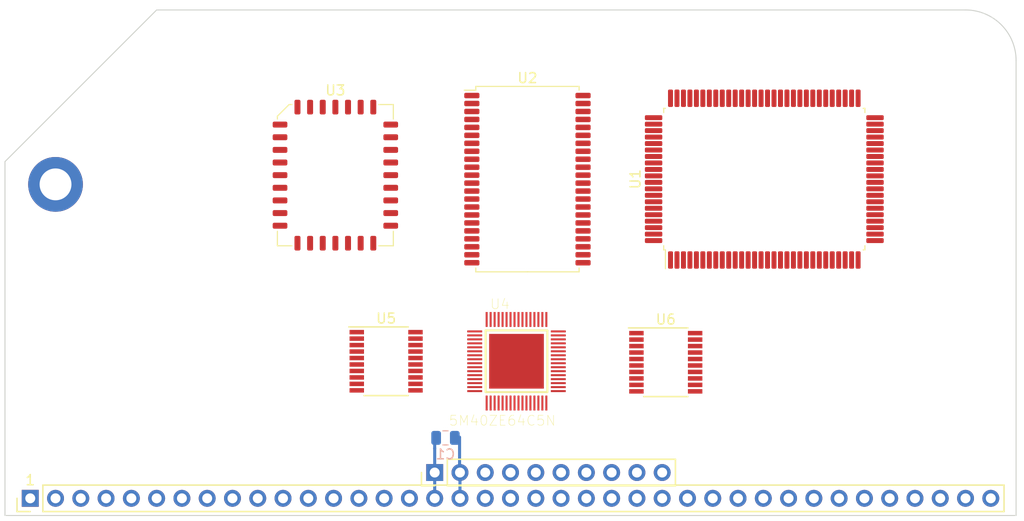
<source format=kicad_pcb>
(kicad_pcb (version 20171130) (host pcbnew "(5.1.2-1)-1")

  (general
    (thickness 1.6)
    (drawings 7)
    (tracks 11)
    (zones 0)
    (modules 10)
    (nets 9)
  )

  (page A4)
  (layers
    (0 F.Cu mixed)
    (31 B.Cu mixed)
    (34 B.Paste user)
    (35 F.Paste user)
    (36 B.SilkS user)
    (37 F.SilkS user)
    (38 B.Mask user)
    (39 F.Mask user)
    (44 Edge.Cuts user)
    (45 Margin user)
    (46 B.CrtYd user)
    (47 F.CrtYd user)
  )

  (setup
    (last_trace_width 0.1524)
    (trace_clearance 0.1524)
    (zone_clearance 0.508)
    (zone_45_only no)
    (trace_min 0.1524)
    (via_size 0.6858)
    (via_drill 0.3302)
    (via_min_size 0.6858)
    (via_min_drill 0.3302)
    (uvia_size 0.3)
    (uvia_drill 0.1)
    (uvias_allowed no)
    (uvia_min_size 0)
    (uvia_min_drill 0)
    (edge_width 0.05)
    (segment_width 0.2)
    (pcb_text_width 0.3)
    (pcb_text_size 1.5 1.5)
    (mod_edge_width 0.1524)
    (mod_text_size 1.016 1.016)
    (mod_text_width 0.1524)
    (pad_size 1.56 0.65)
    (pad_drill 0)
    (pad_to_mask_clearance 0.0508)
    (solder_mask_min_width 0.254)
    (aux_axis_origin 0 0)
    (grid_origin 75.438 127.508)
    (visible_elements FFFFFF7F)
    (pcbplotparams
      (layerselection 0x010f0_ffffffff)
      (usegerberextensions true)
      (usegerberattributes false)
      (usegerberadvancedattributes false)
      (creategerberjobfile false)
      (excludeedgelayer true)
      (linewidth 0.100000)
      (plotframeref false)
      (viasonmask false)
      (mode 1)
      (useauxorigin false)
      (hpglpennumber 1)
      (hpglpenspeed 20)
      (hpglpendiameter 15.000000)
      (psnegative false)
      (psa4output false)
      (plotreference true)
      (plotvalue true)
      (plotinvisibletext false)
      (padsonsilk false)
      (subtractmaskfromsilk false)
      (outputformat 1)
      (mirror false)
      (drillshape 0)
      (scaleselection 1)
      (outputdirectory "gerbers/"))
  )

  (net 0 "")
  (net 1 5V)
  (net 2 GND)
  (net 3 "Net-(U2-Pad12)")
  (net 4 "Net-(U2-Pad11)")
  (net 5 ~RD)
  (net 6 A0)
  (net 7 A3)
  (net 8 A4)

  (net_class Default "This is the default net class."
    (clearance 0.1524)
    (trace_width 0.1524)
    (via_dia 0.6858)
    (via_drill 0.3302)
    (uvia_dia 0.3)
    (uvia_drill 0.1)
    (add_net A0)
    (add_net A1)
    (add_net A10)
    (add_net A11)
    (add_net A12)
    (add_net A13)
    (add_net A14)
    (add_net A15)
    (add_net A2)
    (add_net A3)
    (add_net A4)
    (add_net A5)
    (add_net A6)
    (add_net A7)
    (add_net A8)
    (add_net A9)
    (add_net CLK)
    (add_net CLK2)
    (add_net D0)
    (add_net D1)
    (add_net D2)
    (add_net D3)
    (add_net D4)
    (add_net D5)
    (add_net D6)
    (add_net D7)
    (add_net "Net-(J1-Pad35)")
    (add_net "Net-(J1-Pad36)")
    (add_net "Net-(J1-Pad37)")
    (add_net "Net-(J1-Pad38)")
    (add_net "Net-(J1-Pad39)")
    (add_net "Net-(U1-Pad1)")
    (add_net "Net-(U1-Pad10)")
    (add_net "Net-(U1-Pad100)")
    (add_net "Net-(U1-Pad11)")
    (add_net "Net-(U1-Pad12)")
    (add_net "Net-(U1-Pad13)")
    (add_net "Net-(U1-Pad14)")
    (add_net "Net-(U1-Pad15)")
    (add_net "Net-(U1-Pad17)")
    (add_net "Net-(U1-Pad18)")
    (add_net "Net-(U1-Pad19)")
    (add_net "Net-(U1-Pad2)")
    (add_net "Net-(U1-Pad20)")
    (add_net "Net-(U1-Pad21)")
    (add_net "Net-(U1-Pad22)")
    (add_net "Net-(U1-Pad23)")
    (add_net "Net-(U1-Pad24)")
    (add_net "Net-(U1-Pad25)")
    (add_net "Net-(U1-Pad26)")
    (add_net "Net-(U1-Pad27)")
    (add_net "Net-(U1-Pad28)")
    (add_net "Net-(U1-Pad29)")
    (add_net "Net-(U1-Pad3)")
    (add_net "Net-(U1-Pad32)")
    (add_net "Net-(U1-Pad33)")
    (add_net "Net-(U1-Pad34)")
    (add_net "Net-(U1-Pad35)")
    (add_net "Net-(U1-Pad36)")
    (add_net "Net-(U1-Pad37)")
    (add_net "Net-(U1-Pad38)")
    (add_net "Net-(U1-Pad39)")
    (add_net "Net-(U1-Pad4)")
    (add_net "Net-(U1-Pad40)")
    (add_net "Net-(U1-Pad43)")
    (add_net "Net-(U1-Pad44)")
    (add_net "Net-(U1-Pad45)")
    (add_net "Net-(U1-Pad46)")
    (add_net "Net-(U1-Pad47)")
    (add_net "Net-(U1-Pad48)")
    (add_net "Net-(U1-Pad49)")
    (add_net "Net-(U1-Pad5)")
    (add_net "Net-(U1-Pad50)")
    (add_net "Net-(U1-Pad51)")
    (add_net "Net-(U1-Pad52)")
    (add_net "Net-(U1-Pad53)")
    (add_net "Net-(U1-Pad54)")
    (add_net "Net-(U1-Pad55)")
    (add_net "Net-(U1-Pad56)")
    (add_net "Net-(U1-Pad57)")
    (add_net "Net-(U1-Pad58)")
    (add_net "Net-(U1-Pad59)")
    (add_net "Net-(U1-Pad6)")
    (add_net "Net-(U1-Pad60)")
    (add_net "Net-(U1-Pad61)")
    (add_net "Net-(U1-Pad62)")
    (add_net "Net-(U1-Pad63)")
    (add_net "Net-(U1-Pad7)")
    (add_net "Net-(U1-Pad70)")
    (add_net "Net-(U1-Pad74)")
    (add_net "Net-(U1-Pad75)")
    (add_net "Net-(U1-Pad76)")
    (add_net "Net-(U1-Pad77)")
    (add_net "Net-(U1-Pad78)")
    (add_net "Net-(U1-Pad79)")
    (add_net "Net-(U1-Pad8)")
    (add_net "Net-(U1-Pad80)")
    (add_net "Net-(U1-Pad81)")
    (add_net "Net-(U1-Pad82)")
    (add_net "Net-(U1-Pad83)")
    (add_net "Net-(U1-Pad85)")
    (add_net "Net-(U1-Pad86)")
    (add_net "Net-(U1-Pad87)")
    (add_net "Net-(U1-Pad88)")
    (add_net "Net-(U1-Pad89)")
    (add_net "Net-(U1-Pad9)")
    (add_net "Net-(U1-Pad91)")
    (add_net "Net-(U1-Pad92)")
    (add_net "Net-(U1-Pad93)")
    (add_net "Net-(U1-Pad94)")
    (add_net "Net-(U1-Pad95)")
    (add_net "Net-(U1-Pad96)")
    (add_net "Net-(U1-Pad97)")
    (add_net "Net-(U1-Pad98)")
    (add_net "Net-(U1-Pad99)")
    (add_net "Net-(U2-Pad1)")
    (add_net "Net-(U2-Pad10)")
    (add_net "Net-(U2-Pad11)")
    (add_net "Net-(U2-Pad12)")
    (add_net "Net-(U2-Pad13)")
    (add_net "Net-(U2-Pad14)")
    (add_net "Net-(U2-Pad15)")
    (add_net "Net-(U2-Pad16)")
    (add_net "Net-(U2-Pad17)")
    (add_net "Net-(U2-Pad18)")
    (add_net "Net-(U2-Pad19)")
    (add_net "Net-(U2-Pad2)")
    (add_net "Net-(U2-Pad20)")
    (add_net "Net-(U2-Pad21)")
    (add_net "Net-(U2-Pad22)")
    (add_net "Net-(U2-Pad23)")
    (add_net "Net-(U2-Pad24)")
    (add_net "Net-(U2-Pad25)")
    (add_net "Net-(U2-Pad26)")
    (add_net "Net-(U2-Pad27)")
    (add_net "Net-(U2-Pad28)")
    (add_net "Net-(U2-Pad29)")
    (add_net "Net-(U2-Pad3)")
    (add_net "Net-(U2-Pad30)")
    (add_net "Net-(U2-Pad31)")
    (add_net "Net-(U2-Pad32)")
    (add_net "Net-(U2-Pad35)")
    (add_net "Net-(U2-Pad36)")
    (add_net "Net-(U2-Pad37)")
    (add_net "Net-(U2-Pad38)")
    (add_net "Net-(U2-Pad39)")
    (add_net "Net-(U2-Pad4)")
    (add_net "Net-(U2-Pad40)")
    (add_net "Net-(U2-Pad41)")
    (add_net "Net-(U2-Pad42)")
    (add_net "Net-(U2-Pad43)")
    (add_net "Net-(U2-Pad44)")
    (add_net "Net-(U2-Pad5)")
    (add_net "Net-(U2-Pad6)")
    (add_net "Net-(U2-Pad7)")
    (add_net "Net-(U2-Pad8)")
    (add_net "Net-(U2-Pad9)")
    (add_net "Net-(U3-Pad1)")
    (add_net "Net-(U3-Pad10)")
    (add_net "Net-(U3-Pad11)")
    (add_net "Net-(U3-Pad12)")
    (add_net "Net-(U3-Pad13)")
    (add_net "Net-(U3-Pad14)")
    (add_net "Net-(U3-Pad15)")
    (add_net "Net-(U3-Pad16)")
    (add_net "Net-(U3-Pad17)")
    (add_net "Net-(U3-Pad18)")
    (add_net "Net-(U3-Pad19)")
    (add_net "Net-(U3-Pad2)")
    (add_net "Net-(U3-Pad20)")
    (add_net "Net-(U3-Pad21)")
    (add_net "Net-(U3-Pad22)")
    (add_net "Net-(U3-Pad23)")
    (add_net "Net-(U3-Pad24)")
    (add_net "Net-(U3-Pad25)")
    (add_net "Net-(U3-Pad26)")
    (add_net "Net-(U3-Pad27)")
    (add_net "Net-(U3-Pad28)")
    (add_net "Net-(U3-Pad29)")
    (add_net "Net-(U3-Pad3)")
    (add_net "Net-(U3-Pad30)")
    (add_net "Net-(U3-Pad31)")
    (add_net "Net-(U3-Pad32)")
    (add_net "Net-(U3-Pad4)")
    (add_net "Net-(U3-Pad5)")
    (add_net "Net-(U3-Pad6)")
    (add_net "Net-(U3-Pad7)")
    (add_net "Net-(U3-Pad8)")
    (add_net "Net-(U3-Pad9)")
    (add_net "Net-(U4-Pad1)")
    (add_net "Net-(U4-Pad10)")
    (add_net "Net-(U4-Pad11)")
    (add_net "Net-(U4-Pad12)")
    (add_net "Net-(U4-Pad13)")
    (add_net "Net-(U4-Pad14)")
    (add_net "Net-(U4-Pad15)")
    (add_net "Net-(U4-Pad16)")
    (add_net "Net-(U4-Pad17)")
    (add_net "Net-(U4-Pad18)")
    (add_net "Net-(U4-Pad19)")
    (add_net "Net-(U4-Pad2)")
    (add_net "Net-(U4-Pad20)")
    (add_net "Net-(U4-Pad21)")
    (add_net "Net-(U4-Pad22)")
    (add_net "Net-(U4-Pad23)")
    (add_net "Net-(U4-Pad24)")
    (add_net "Net-(U4-Pad25)")
    (add_net "Net-(U4-Pad26)")
    (add_net "Net-(U4-Pad27)")
    (add_net "Net-(U4-Pad28)")
    (add_net "Net-(U4-Pad29)")
    (add_net "Net-(U4-Pad3)")
    (add_net "Net-(U4-Pad30)")
    (add_net "Net-(U4-Pad31)")
    (add_net "Net-(U4-Pad32)")
    (add_net "Net-(U4-Pad33)")
    (add_net "Net-(U4-Pad34)")
    (add_net "Net-(U4-Pad35)")
    (add_net "Net-(U4-Pad36)")
    (add_net "Net-(U4-Pad37)")
    (add_net "Net-(U4-Pad38)")
    (add_net "Net-(U4-Pad39)")
    (add_net "Net-(U4-Pad4)")
    (add_net "Net-(U4-Pad40)")
    (add_net "Net-(U4-Pad41)")
    (add_net "Net-(U4-Pad42)")
    (add_net "Net-(U4-Pad43)")
    (add_net "Net-(U4-Pad44)")
    (add_net "Net-(U4-Pad45)")
    (add_net "Net-(U4-Pad46)")
    (add_net "Net-(U4-Pad47)")
    (add_net "Net-(U4-Pad48)")
    (add_net "Net-(U4-Pad49)")
    (add_net "Net-(U4-Pad5)")
    (add_net "Net-(U4-Pad50)")
    (add_net "Net-(U4-Pad51)")
    (add_net "Net-(U4-Pad52)")
    (add_net "Net-(U4-Pad53)")
    (add_net "Net-(U4-Pad54)")
    (add_net "Net-(U4-Pad55)")
    (add_net "Net-(U4-Pad56)")
    (add_net "Net-(U4-Pad57)")
    (add_net "Net-(U4-Pad58)")
    (add_net "Net-(U4-Pad59)")
    (add_net "Net-(U4-Pad6)")
    (add_net "Net-(U4-Pad60)")
    (add_net "Net-(U4-Pad61)")
    (add_net "Net-(U4-Pad62)")
    (add_net "Net-(U4-Pad63)")
    (add_net "Net-(U4-Pad64)")
    (add_net "Net-(U4-Pad65)")
    (add_net "Net-(U4-Pad7)")
    (add_net "Net-(U4-Pad8)")
    (add_net "Net-(U4-Pad9)")
    (add_net "Net-(U5-Pad1)")
    (add_net "Net-(U5-Pad10)")
    (add_net "Net-(U5-Pad11)")
    (add_net "Net-(U5-Pad12)")
    (add_net "Net-(U5-Pad13)")
    (add_net "Net-(U5-Pad14)")
    (add_net "Net-(U5-Pad15)")
    (add_net "Net-(U5-Pad16)")
    (add_net "Net-(U5-Pad17)")
    (add_net "Net-(U5-Pad18)")
    (add_net "Net-(U5-Pad19)")
    (add_net "Net-(U5-Pad2)")
    (add_net "Net-(U5-Pad20)")
    (add_net "Net-(U5-Pad3)")
    (add_net "Net-(U5-Pad4)")
    (add_net "Net-(U5-Pad5)")
    (add_net "Net-(U5-Pad6)")
    (add_net "Net-(U5-Pad7)")
    (add_net "Net-(U5-Pad8)")
    (add_net "Net-(U5-Pad9)")
    (add_net "Net-(U6-Pad1)")
    (add_net "Net-(U6-Pad10)")
    (add_net "Net-(U6-Pad11)")
    (add_net "Net-(U6-Pad12)")
    (add_net "Net-(U6-Pad13)")
    (add_net "Net-(U6-Pad14)")
    (add_net "Net-(U6-Pad15)")
    (add_net "Net-(U6-Pad16)")
    (add_net "Net-(U6-Pad17)")
    (add_net "Net-(U6-Pad18)")
    (add_net "Net-(U6-Pad19)")
    (add_net "Net-(U6-Pad2)")
    (add_net "Net-(U6-Pad20)")
    (add_net "Net-(U6-Pad3)")
    (add_net "Net-(U6-Pad4)")
    (add_net "Net-(U6-Pad5)")
    (add_net "Net-(U6-Pad6)")
    (add_net "Net-(U6-Pad7)")
    (add_net "Net-(U6-Pad8)")
    (add_net "Net-(U6-Pad9)")
    (add_net ~BUSACK)
    (add_net ~BUSRQ)
    (add_net ~HALT)
    (add_net ~INT)
    (add_net ~IORQ)
    (add_net ~M1)
    (add_net ~MREQ)
    (add_net ~NMI)
    (add_net ~RD)
    (add_net ~RESET)
    (add_net ~RESET2)
    (add_net ~RFSH)
    (add_net ~WAIT)
    (add_net ~WR)
  )

  (net_class "Net-(D1-Pad1)	Default\r" ""
    (clearance 0.2032)
    (trace_width 0.2032)
    (via_dia 0.6858)
    (via_drill 0.3302)
    (uvia_dia 0.3)
    (uvia_drill 0.1)
  )

  (net_class Power ""
    (clearance 0.2032)
    (trace_width 0.3048)
    (via_dia 0.6858)
    (via_drill 0.3302)
    (uvia_dia 0.3)
    (uvia_drill 0.1)
    (add_net 5V)
    (add_net GND)
  )

  (module 5M40ZE64C5N:QFP40P900X900X120-65N (layer F.Cu) (tedit 0) (tstamp 5CEE6237)
    (at 126.838 112.008)
    (path /5CEDBC75)
    (attr smd)
    (fp_text reference U4 (at -1.66262 -5.74404) (layer F.SilkS)
      (effects (font (size 1.00157 1.00157) (thickness 0.05)))
    )
    (fp_text value 5M40ZE64C5N (at -1.42512 5.96554) (layer F.SilkS)
      (effects (font (size 1.00009 1.00009) (thickness 0.05)))
    )
    (fp_line (start -5.2 5.2) (end -5.2 -5.2) (layer Eco1.User) (width 0.05))
    (fp_line (start 5.2 5.2) (end -5.2 5.2) (layer Eco1.User) (width 0.05))
    (fp_line (start 5.2 -5.2) (end 5.2 5.2) (layer Eco1.User) (width 0.05))
    (fp_line (start -5.2 -5.2) (end 5.2 -5.2) (layer Eco1.User) (width 0.05))
    (fp_line (start -3.1 3.1) (end -3.1 -3.1) (layer F.SilkS) (width 0.2))
    (fp_line (start 3.1 3.1) (end -3.1 3.1) (layer F.SilkS) (width 0.2))
    (fp_line (start 3.1 -3.1) (end 3.1 3.1) (layer F.SilkS) (width 0.2))
    (fp_line (start -3.1 -3.1) (end 3.1 -3.1) (layer F.SilkS) (width 0.2))
    (fp_poly (pts (xy 2.04 2.04123) (xy 0.30018 2.04123) (xy 0.30018 0.3) (xy 2.04 0.3)) (layer F.Paste) (width 0))
    (fp_poly (pts (xy -2.04042 2.04042) (xy -2.04042 0.3) (xy -0.3 0.3) (xy -0.3 2.04042)) (layer F.Paste) (width 0))
    (fp_poly (pts (xy 2.04 -2.04) (xy 2.04 -0.300504) (xy 0.300504 -0.300504) (xy 0.300504 -2.04)) (layer F.Paste) (width 0))
    (fp_poly (pts (xy -2.04129 -2.04) (xy -0.3 -2.04) (xy -0.3 -0.30019) (xy -2.04129 -0.30019)) (layer F.Paste) (width 0))
    (pad 65 smd rect (at 0 0) (size 5.5 5.5) (layers F.Cu F.Paste F.Mask))
    (pad 64 smd rect (at -3 -4.2 270) (size 1.5 0.2) (layers F.Cu F.Paste F.Mask))
    (pad 63 smd rect (at -2.6 -4.2 270) (size 1.5 0.2) (layers F.Cu F.Paste F.Mask))
    (pad 62 smd rect (at -2.2 -4.2 270) (size 1.5 0.2) (layers F.Cu F.Paste F.Mask))
    (pad 61 smd rect (at -1.8 -4.2 270) (size 1.5 0.2) (layers F.Cu F.Paste F.Mask))
    (pad 60 smd rect (at -1.4 -4.2 270) (size 1.5 0.2) (layers F.Cu F.Paste F.Mask))
    (pad 59 smd rect (at -1 -4.2 270) (size 1.5 0.2) (layers F.Cu F.Paste F.Mask))
    (pad 58 smd rect (at -0.6 -4.2 270) (size 1.5 0.2) (layers F.Cu F.Paste F.Mask))
    (pad 57 smd rect (at -0.2 -4.2 270) (size 1.5 0.2) (layers F.Cu F.Paste F.Mask))
    (pad 56 smd rect (at 0.2 -4.2 270) (size 1.5 0.2) (layers F.Cu F.Paste F.Mask))
    (pad 55 smd rect (at 0.6 -4.2 270) (size 1.5 0.2) (layers F.Cu F.Paste F.Mask))
    (pad 54 smd rect (at 1 -4.2 270) (size 1.5 0.2) (layers F.Cu F.Paste F.Mask))
    (pad 53 smd rect (at 1.4 -4.2 270) (size 1.5 0.2) (layers F.Cu F.Paste F.Mask))
    (pad 52 smd rect (at 1.8 -4.2 270) (size 1.5 0.2) (layers F.Cu F.Paste F.Mask))
    (pad 51 smd rect (at 2.2 -4.2 270) (size 1.5 0.2) (layers F.Cu F.Paste F.Mask))
    (pad 50 smd rect (at 2.6 -4.2 270) (size 1.5 0.2) (layers F.Cu F.Paste F.Mask))
    (pad 49 smd rect (at 3 -4.2 270) (size 1.5 0.2) (layers F.Cu F.Paste F.Mask))
    (pad 48 smd rect (at 4.2 -3 180) (size 1.5 0.2) (layers F.Cu F.Paste F.Mask))
    (pad 47 smd rect (at 4.2 -2.6 180) (size 1.5 0.2) (layers F.Cu F.Paste F.Mask))
    (pad 46 smd rect (at 4.2 -2.2 180) (size 1.5 0.2) (layers F.Cu F.Paste F.Mask))
    (pad 45 smd rect (at 4.2 -1.8 180) (size 1.5 0.2) (layers F.Cu F.Paste F.Mask))
    (pad 44 smd rect (at 4.2 -1.4 180) (size 1.5 0.2) (layers F.Cu F.Paste F.Mask))
    (pad 43 smd rect (at 4.2 -1 180) (size 1.5 0.2) (layers F.Cu F.Paste F.Mask))
    (pad 42 smd rect (at 4.2 -0.6 180) (size 1.5 0.2) (layers F.Cu F.Paste F.Mask))
    (pad 41 smd rect (at 4.2 -0.2 180) (size 1.5 0.2) (layers F.Cu F.Paste F.Mask))
    (pad 40 smd rect (at 4.2 0.2 180) (size 1.5 0.2) (layers F.Cu F.Paste F.Mask))
    (pad 39 smd rect (at 4.2 0.6 180) (size 1.5 0.2) (layers F.Cu F.Paste F.Mask))
    (pad 38 smd rect (at 4.2 1 180) (size 1.5 0.2) (layers F.Cu F.Paste F.Mask))
    (pad 37 smd rect (at 4.2 1.4 180) (size 1.5 0.2) (layers F.Cu F.Paste F.Mask))
    (pad 36 smd rect (at 4.2 1.8 180) (size 1.5 0.2) (layers F.Cu F.Paste F.Mask))
    (pad 35 smd rect (at 4.2 2.2 180) (size 1.5 0.2) (layers F.Cu F.Paste F.Mask))
    (pad 34 smd rect (at 4.2 2.6 180) (size 1.5 0.2) (layers F.Cu F.Paste F.Mask))
    (pad 33 smd rect (at 4.2 3 180) (size 1.5 0.2) (layers F.Cu F.Paste F.Mask))
    (pad 32 smd rect (at 3 4.2 90) (size 1.5 0.2) (layers F.Cu F.Paste F.Mask))
    (pad 31 smd rect (at 2.6 4.2 90) (size 1.5 0.2) (layers F.Cu F.Paste F.Mask))
    (pad 30 smd rect (at 2.2 4.2 90) (size 1.5 0.2) (layers F.Cu F.Paste F.Mask))
    (pad 29 smd rect (at 1.8 4.2 90) (size 1.5 0.2) (layers F.Cu F.Paste F.Mask))
    (pad 28 smd rect (at 1.4 4.2 90) (size 1.5 0.2) (layers F.Cu F.Paste F.Mask))
    (pad 27 smd rect (at 1 4.2 90) (size 1.5 0.2) (layers F.Cu F.Paste F.Mask))
    (pad 26 smd rect (at 0.6 4.2 90) (size 1.5 0.2) (layers F.Cu F.Paste F.Mask))
    (pad 25 smd rect (at 0.2 4.2 90) (size 1.5 0.2) (layers F.Cu F.Paste F.Mask))
    (pad 24 smd rect (at -0.2 4.2 90) (size 1.5 0.2) (layers F.Cu F.Paste F.Mask))
    (pad 23 smd rect (at -0.6 4.2 90) (size 1.5 0.2) (layers F.Cu F.Paste F.Mask))
    (pad 22 smd rect (at -1 4.2 90) (size 1.5 0.2) (layers F.Cu F.Paste F.Mask))
    (pad 21 smd rect (at -1.4 4.2 90) (size 1.5 0.2) (layers F.Cu F.Paste F.Mask))
    (pad 20 smd rect (at -1.8 4.2 90) (size 1.5 0.2) (layers F.Cu F.Paste F.Mask))
    (pad 19 smd rect (at -2.2 4.2 90) (size 1.5 0.2) (layers F.Cu F.Paste F.Mask))
    (pad 18 smd rect (at -2.6 4.2 90) (size 1.5 0.2) (layers F.Cu F.Paste F.Mask))
    (pad 17 smd rect (at -3 4.2 90) (size 1.5 0.2) (layers F.Cu F.Paste F.Mask))
    (pad 16 smd rect (at -4.2 3) (size 1.5 0.2) (layers F.Cu F.Paste F.Mask))
    (pad 15 smd rect (at -4.2 2.6) (size 1.5 0.2) (layers F.Cu F.Paste F.Mask))
    (pad 14 smd rect (at -4.2 2.2) (size 1.5 0.2) (layers F.Cu F.Paste F.Mask))
    (pad 13 smd rect (at -4.2 1.8) (size 1.5 0.2) (layers F.Cu F.Paste F.Mask))
    (pad 12 smd rect (at -4.2 1.4) (size 1.5 0.2) (layers F.Cu F.Paste F.Mask))
    (pad 11 smd rect (at -4.2 1) (size 1.5 0.2) (layers F.Cu F.Paste F.Mask))
    (pad 10 smd rect (at -4.2 0.6) (size 1.5 0.2) (layers F.Cu F.Paste F.Mask))
    (pad 9 smd rect (at -4.2 0.2) (size 1.5 0.2) (layers F.Cu F.Paste F.Mask))
    (pad 8 smd rect (at -4.2 -0.2) (size 1.5 0.2) (layers F.Cu F.Paste F.Mask))
    (pad 7 smd rect (at -4.2 -0.6) (size 1.5 0.2) (layers F.Cu F.Paste F.Mask))
    (pad 6 smd rect (at -4.2 -1) (size 1.5 0.2) (layers F.Cu F.Paste F.Mask))
    (pad 5 smd rect (at -4.2 -1.4) (size 1.5 0.2) (layers F.Cu F.Paste F.Mask))
    (pad 4 smd rect (at -4.2 -1.8) (size 1.5 0.2) (layers F.Cu F.Paste F.Mask))
    (pad 3 smd rect (at -4.2 -2.2) (size 1.5 0.2) (layers F.Cu F.Paste F.Mask))
    (pad 2 smd rect (at -4.2 -2.6) (size 1.5 0.2) (layers F.Cu F.Paste F.Mask))
    (pad 1 smd rect (at -4.2 -3) (size 1.5 0.2) (layers F.Cu F.Paste F.Mask))
  )

  (module Package_QFP:PQFP-100_14x20mm_P0.65mm (layer F.Cu) (tedit 5B56F226) (tstamp 5CEE9425)
    (at 151.738 93.708 90)
    (descr "PQFP, 100 Pin (http://www.microsemi.com/index.php?option=com_docman&task=doc_download&gid=131095), generated with kicad-footprint-generator ipc_qfp_generator.py")
    (tags "PQFP QFP")
    (path /5CF06EF1)
    (attr smd)
    (fp_text reference U1 (at 0 -12.95 90) (layer F.SilkS)
      (effects (font (size 1 1) (thickness 0.15)))
    )
    (fp_text value Z84C1516FSG (at 0 12.95 90) (layer F.Fab)
      (effects (font (size 1 1) (thickness 0.15)))
    )
    (fp_text user %R (at 0 0 90) (layer F.Fab)
      (effects (font (size 1 1) (thickness 0.15)))
    )
    (fp_line (start 9.25 9.92) (end 9.25 0) (layer F.CrtYd) (width 0.05))
    (fp_line (start 7.25 9.92) (end 9.25 9.92) (layer F.CrtYd) (width 0.05))
    (fp_line (start 7.25 10.25) (end 7.25 9.92) (layer F.CrtYd) (width 0.05))
    (fp_line (start 6.68 10.25) (end 7.25 10.25) (layer F.CrtYd) (width 0.05))
    (fp_line (start 6.68 12.25) (end 6.68 10.25) (layer F.CrtYd) (width 0.05))
    (fp_line (start 0 12.25) (end 6.68 12.25) (layer F.CrtYd) (width 0.05))
    (fp_line (start -9.25 9.92) (end -9.25 0) (layer F.CrtYd) (width 0.05))
    (fp_line (start -7.25 9.92) (end -9.25 9.92) (layer F.CrtYd) (width 0.05))
    (fp_line (start -7.25 10.25) (end -7.25 9.92) (layer F.CrtYd) (width 0.05))
    (fp_line (start -6.68 10.25) (end -7.25 10.25) (layer F.CrtYd) (width 0.05))
    (fp_line (start -6.68 12.25) (end -6.68 10.25) (layer F.CrtYd) (width 0.05))
    (fp_line (start 0 12.25) (end -6.68 12.25) (layer F.CrtYd) (width 0.05))
    (fp_line (start 9.25 -9.92) (end 9.25 0) (layer F.CrtYd) (width 0.05))
    (fp_line (start 7.25 -9.92) (end 9.25 -9.92) (layer F.CrtYd) (width 0.05))
    (fp_line (start 7.25 -10.25) (end 7.25 -9.92) (layer F.CrtYd) (width 0.05))
    (fp_line (start 6.68 -10.25) (end 7.25 -10.25) (layer F.CrtYd) (width 0.05))
    (fp_line (start 6.68 -12.25) (end 6.68 -10.25) (layer F.CrtYd) (width 0.05))
    (fp_line (start 0 -12.25) (end 6.68 -12.25) (layer F.CrtYd) (width 0.05))
    (fp_line (start -9.25 -9.92) (end -9.25 0) (layer F.CrtYd) (width 0.05))
    (fp_line (start -7.25 -9.92) (end -9.25 -9.92) (layer F.CrtYd) (width 0.05))
    (fp_line (start -7.25 -10.25) (end -7.25 -9.92) (layer F.CrtYd) (width 0.05))
    (fp_line (start -6.68 -10.25) (end -7.25 -10.25) (layer F.CrtYd) (width 0.05))
    (fp_line (start -6.68 -12.25) (end -6.68 -10.25) (layer F.CrtYd) (width 0.05))
    (fp_line (start 0 -12.25) (end -6.68 -12.25) (layer F.CrtYd) (width 0.05))
    (fp_line (start -7 -9) (end -6 -10) (layer F.Fab) (width 0.1))
    (fp_line (start -7 10) (end -7 -9) (layer F.Fab) (width 0.1))
    (fp_line (start 7 10) (end -7 10) (layer F.Fab) (width 0.1))
    (fp_line (start 7 -10) (end 7 10) (layer F.Fab) (width 0.1))
    (fp_line (start -6 -10) (end 7 -10) (layer F.Fab) (width 0.1))
    (fp_line (start -7.11 -9.935) (end -9 -9.935) (layer F.SilkS) (width 0.12))
    (fp_line (start 7.11 10.11) (end 7.11 9.935) (layer F.SilkS) (width 0.12))
    (fp_line (start 6.685 10.11) (end 7.11 10.11) (layer F.SilkS) (width 0.12))
    (fp_line (start -7.11 10.11) (end -7.11 9.935) (layer F.SilkS) (width 0.12))
    (fp_line (start -6.685 10.11) (end -7.11 10.11) (layer F.SilkS) (width 0.12))
    (fp_line (start 7.11 -10.11) (end 7.11 -9.935) (layer F.SilkS) (width 0.12))
    (fp_line (start 6.685 -10.11) (end 7.11 -10.11) (layer F.SilkS) (width 0.12))
    (fp_line (start -7.11 -10.11) (end -7.11 -9.935) (layer F.SilkS) (width 0.12))
    (fp_line (start -6.685 -10.11) (end -7.11 -10.11) (layer F.SilkS) (width 0.12))
    (pad 100 smd roundrect (at -6.175 -11.125 90) (size 0.5 1.75) (layers F.Cu F.Paste F.Mask) (roundrect_rratio 0.25))
    (pad 99 smd roundrect (at -5.525 -11.125 90) (size 0.5 1.75) (layers F.Cu F.Paste F.Mask) (roundrect_rratio 0.25))
    (pad 98 smd roundrect (at -4.875 -11.125 90) (size 0.5 1.75) (layers F.Cu F.Paste F.Mask) (roundrect_rratio 0.25))
    (pad 97 smd roundrect (at -4.225 -11.125 90) (size 0.5 1.75) (layers F.Cu F.Paste F.Mask) (roundrect_rratio 0.25))
    (pad 96 smd roundrect (at -3.575 -11.125 90) (size 0.5 1.75) (layers F.Cu F.Paste F.Mask) (roundrect_rratio 0.25))
    (pad 95 smd roundrect (at -2.925 -11.125 90) (size 0.5 1.75) (layers F.Cu F.Paste F.Mask) (roundrect_rratio 0.25))
    (pad 94 smd roundrect (at -2.275 -11.125 90) (size 0.5 1.75) (layers F.Cu F.Paste F.Mask) (roundrect_rratio 0.25))
    (pad 93 smd roundrect (at -1.625 -11.125 90) (size 0.5 1.75) (layers F.Cu F.Paste F.Mask) (roundrect_rratio 0.25))
    (pad 92 smd roundrect (at -0.975 -11.125 90) (size 0.5 1.75) (layers F.Cu F.Paste F.Mask) (roundrect_rratio 0.25))
    (pad 91 smd roundrect (at -0.325 -11.125 90) (size 0.5 1.75) (layers F.Cu F.Paste F.Mask) (roundrect_rratio 0.25))
    (pad 90 smd roundrect (at 0.325 -11.125 90) (size 0.5 1.75) (layers F.Cu F.Paste F.Mask) (roundrect_rratio 0.25)
      (net 1 5V))
    (pad 89 smd roundrect (at 0.975 -11.125 90) (size 0.5 1.75) (layers F.Cu F.Paste F.Mask) (roundrect_rratio 0.25))
    (pad 88 smd roundrect (at 1.625 -11.125 90) (size 0.5 1.75) (layers F.Cu F.Paste F.Mask) (roundrect_rratio 0.25))
    (pad 87 smd roundrect (at 2.275 -11.125 90) (size 0.5 1.75) (layers F.Cu F.Paste F.Mask) (roundrect_rratio 0.25))
    (pad 86 smd roundrect (at 2.925 -11.125 90) (size 0.5 1.75) (layers F.Cu F.Paste F.Mask) (roundrect_rratio 0.25))
    (pad 85 smd roundrect (at 3.575 -11.125 90) (size 0.5 1.75) (layers F.Cu F.Paste F.Mask) (roundrect_rratio 0.25))
    (pad 84 smd roundrect (at 4.225 -11.125 90) (size 0.5 1.75) (layers F.Cu F.Paste F.Mask) (roundrect_rratio 0.25))
    (pad 83 smd roundrect (at 4.875 -11.125 90) (size 0.5 1.75) (layers F.Cu F.Paste F.Mask) (roundrect_rratio 0.25))
    (pad 82 smd roundrect (at 5.525 -11.125 90) (size 0.5 1.75) (layers F.Cu F.Paste F.Mask) (roundrect_rratio 0.25))
    (pad 81 smd roundrect (at 6.175 -11.125 90) (size 0.5 1.75) (layers F.Cu F.Paste F.Mask) (roundrect_rratio 0.25))
    (pad 80 smd roundrect (at 8.125 -9.425 90) (size 1.75 0.5) (layers F.Cu F.Paste F.Mask) (roundrect_rratio 0.25))
    (pad 79 smd roundrect (at 8.125 -8.775 90) (size 1.75 0.5) (layers F.Cu F.Paste F.Mask) (roundrect_rratio 0.25))
    (pad 78 smd roundrect (at 8.125 -8.125 90) (size 1.75 0.5) (layers F.Cu F.Paste F.Mask) (roundrect_rratio 0.25))
    (pad 77 smd roundrect (at 8.125 -7.475 90) (size 1.75 0.5) (layers F.Cu F.Paste F.Mask) (roundrect_rratio 0.25))
    (pad 76 smd roundrect (at 8.125 -6.825 90) (size 1.75 0.5) (layers F.Cu F.Paste F.Mask) (roundrect_rratio 0.25))
    (pad 75 smd roundrect (at 8.125 -6.175 90) (size 1.75 0.5) (layers F.Cu F.Paste F.Mask) (roundrect_rratio 0.25))
    (pad 74 smd roundrect (at 8.125 -5.525 90) (size 1.75 0.5) (layers F.Cu F.Paste F.Mask) (roundrect_rratio 0.25))
    (pad 73 smd roundrect (at 8.125 -4.875 90) (size 1.75 0.5) (layers F.Cu F.Paste F.Mask) (roundrect_rratio 0.25))
    (pad 72 smd roundrect (at 8.125 -4.225 90) (size 1.75 0.5) (layers F.Cu F.Paste F.Mask) (roundrect_rratio 0.25))
    (pad 71 smd roundrect (at 8.125 -3.575 90) (size 1.75 0.5) (layers F.Cu F.Paste F.Mask) (roundrect_rratio 0.25))
    (pad 70 smd roundrect (at 8.125 -2.925 90) (size 1.75 0.5) (layers F.Cu F.Paste F.Mask) (roundrect_rratio 0.25))
    (pad 69 smd roundrect (at 8.125 -2.275 90) (size 1.75 0.5) (layers F.Cu F.Paste F.Mask) (roundrect_rratio 0.25))
    (pad 68 smd roundrect (at 8.125 -1.625 90) (size 1.75 0.5) (layers F.Cu F.Paste F.Mask) (roundrect_rratio 0.25))
    (pad 67 smd roundrect (at 8.125 -0.975 90) (size 1.75 0.5) (layers F.Cu F.Paste F.Mask) (roundrect_rratio 0.25))
    (pad 66 smd roundrect (at 8.125 -0.325 90) (size 1.75 0.5) (layers F.Cu F.Paste F.Mask) (roundrect_rratio 0.25))
    (pad 65 smd roundrect (at 8.125 0.325 90) (size 1.75 0.5) (layers F.Cu F.Paste F.Mask) (roundrect_rratio 0.25))
    (pad 64 smd roundrect (at 8.125 0.975 90) (size 1.75 0.5) (layers F.Cu F.Paste F.Mask) (roundrect_rratio 0.25)
      (net 2 GND))
    (pad 63 smd roundrect (at 8.125 1.625 90) (size 1.75 0.5) (layers F.Cu F.Paste F.Mask) (roundrect_rratio 0.25))
    (pad 62 smd roundrect (at 8.125 2.275 90) (size 1.75 0.5) (layers F.Cu F.Paste F.Mask) (roundrect_rratio 0.25))
    (pad 61 smd roundrect (at 8.125 2.925 90) (size 1.75 0.5) (layers F.Cu F.Paste F.Mask) (roundrect_rratio 0.25))
    (pad 60 smd roundrect (at 8.125 3.575 90) (size 1.75 0.5) (layers F.Cu F.Paste F.Mask) (roundrect_rratio 0.25))
    (pad 59 smd roundrect (at 8.125 4.225 90) (size 1.75 0.5) (layers F.Cu F.Paste F.Mask) (roundrect_rratio 0.25))
    (pad 58 smd roundrect (at 8.125 4.875 90) (size 1.75 0.5) (layers F.Cu F.Paste F.Mask) (roundrect_rratio 0.25))
    (pad 57 smd roundrect (at 8.125 5.525 90) (size 1.75 0.5) (layers F.Cu F.Paste F.Mask) (roundrect_rratio 0.25))
    (pad 56 smd roundrect (at 8.125 6.175 90) (size 1.75 0.5) (layers F.Cu F.Paste F.Mask) (roundrect_rratio 0.25))
    (pad 55 smd roundrect (at 8.125 6.825 90) (size 1.75 0.5) (layers F.Cu F.Paste F.Mask) (roundrect_rratio 0.25))
    (pad 54 smd roundrect (at 8.125 7.475 90) (size 1.75 0.5) (layers F.Cu F.Paste F.Mask) (roundrect_rratio 0.25))
    (pad 53 smd roundrect (at 8.125 8.125 90) (size 1.75 0.5) (layers F.Cu F.Paste F.Mask) (roundrect_rratio 0.25))
    (pad 52 smd roundrect (at 8.125 8.775 90) (size 1.75 0.5) (layers F.Cu F.Paste F.Mask) (roundrect_rratio 0.25))
    (pad 51 smd roundrect (at 8.125 9.425 90) (size 1.75 0.5) (layers F.Cu F.Paste F.Mask) (roundrect_rratio 0.25))
    (pad 50 smd roundrect (at 6.175 11.125 90) (size 0.5 1.75) (layers F.Cu F.Paste F.Mask) (roundrect_rratio 0.25))
    (pad 49 smd roundrect (at 5.525 11.125 90) (size 0.5 1.75) (layers F.Cu F.Paste F.Mask) (roundrect_rratio 0.25))
    (pad 48 smd roundrect (at 4.875 11.125 90) (size 0.5 1.75) (layers F.Cu F.Paste F.Mask) (roundrect_rratio 0.25))
    (pad 47 smd roundrect (at 4.225 11.125 90) (size 0.5 1.75) (layers F.Cu F.Paste F.Mask) (roundrect_rratio 0.25))
    (pad 46 smd roundrect (at 3.575 11.125 90) (size 0.5 1.75) (layers F.Cu F.Paste F.Mask) (roundrect_rratio 0.25))
    (pad 45 smd roundrect (at 2.925 11.125 90) (size 0.5 1.75) (layers F.Cu F.Paste F.Mask) (roundrect_rratio 0.25))
    (pad 44 smd roundrect (at 2.275 11.125 90) (size 0.5 1.75) (layers F.Cu F.Paste F.Mask) (roundrect_rratio 0.25))
    (pad 43 smd roundrect (at 1.625 11.125 90) (size 0.5 1.75) (layers F.Cu F.Paste F.Mask) (roundrect_rratio 0.25))
    (pad 42 smd roundrect (at 0.975 11.125 90) (size 0.5 1.75) (layers F.Cu F.Paste F.Mask) (roundrect_rratio 0.25))
    (pad 41 smd roundrect (at 0.325 11.125 90) (size 0.5 1.75) (layers F.Cu F.Paste F.Mask) (roundrect_rratio 0.25)
      (net 1 5V))
    (pad 40 smd roundrect (at -0.325 11.125 90) (size 0.5 1.75) (layers F.Cu F.Paste F.Mask) (roundrect_rratio 0.25))
    (pad 39 smd roundrect (at -0.975 11.125 90) (size 0.5 1.75) (layers F.Cu F.Paste F.Mask) (roundrect_rratio 0.25))
    (pad 38 smd roundrect (at -1.625 11.125 90) (size 0.5 1.75) (layers F.Cu F.Paste F.Mask) (roundrect_rratio 0.25))
    (pad 37 smd roundrect (at -2.275 11.125 90) (size 0.5 1.75) (layers F.Cu F.Paste F.Mask) (roundrect_rratio 0.25))
    (pad 36 smd roundrect (at -2.925 11.125 90) (size 0.5 1.75) (layers F.Cu F.Paste F.Mask) (roundrect_rratio 0.25))
    (pad 35 smd roundrect (at -3.575 11.125 90) (size 0.5 1.75) (layers F.Cu F.Paste F.Mask) (roundrect_rratio 0.25))
    (pad 34 smd roundrect (at -4.225 11.125 90) (size 0.5 1.75) (layers F.Cu F.Paste F.Mask) (roundrect_rratio 0.25))
    (pad 33 smd roundrect (at -4.875 11.125 90) (size 0.5 1.75) (layers F.Cu F.Paste F.Mask) (roundrect_rratio 0.25))
    (pad 32 smd roundrect (at -5.525 11.125 90) (size 0.5 1.75) (layers F.Cu F.Paste F.Mask) (roundrect_rratio 0.25))
    (pad 31 smd roundrect (at -6.175 11.125 90) (size 0.5 1.75) (layers F.Cu F.Paste F.Mask) (roundrect_rratio 0.25))
    (pad 30 smd roundrect (at -8.125 9.425 90) (size 1.75 0.5) (layers F.Cu F.Paste F.Mask) (roundrect_rratio 0.25))
    (pad 29 smd roundrect (at -8.125 8.775 90) (size 1.75 0.5) (layers F.Cu F.Paste F.Mask) (roundrect_rratio 0.25))
    (pad 28 smd roundrect (at -8.125 8.125 90) (size 1.75 0.5) (layers F.Cu F.Paste F.Mask) (roundrect_rratio 0.25))
    (pad 27 smd roundrect (at -8.125 7.475 90) (size 1.75 0.5) (layers F.Cu F.Paste F.Mask) (roundrect_rratio 0.25))
    (pad 26 smd roundrect (at -8.125 6.825 90) (size 1.75 0.5) (layers F.Cu F.Paste F.Mask) (roundrect_rratio 0.25))
    (pad 25 smd roundrect (at -8.125 6.175 90) (size 1.75 0.5) (layers F.Cu F.Paste F.Mask) (roundrect_rratio 0.25))
    (pad 24 smd roundrect (at -8.125 5.525 90) (size 1.75 0.5) (layers F.Cu F.Paste F.Mask) (roundrect_rratio 0.25))
    (pad 23 smd roundrect (at -8.125 4.875 90) (size 1.75 0.5) (layers F.Cu F.Paste F.Mask) (roundrect_rratio 0.25))
    (pad 22 smd roundrect (at -8.125 4.225 90) (size 1.75 0.5) (layers F.Cu F.Paste F.Mask) (roundrect_rratio 0.25))
    (pad 21 smd roundrect (at -8.125 3.575 90) (size 1.75 0.5) (layers F.Cu F.Paste F.Mask) (roundrect_rratio 0.25))
    (pad 20 smd roundrect (at -8.125 2.925 90) (size 1.75 0.5) (layers F.Cu F.Paste F.Mask) (roundrect_rratio 0.25))
    (pad 19 smd roundrect (at -8.125 2.275 90) (size 1.75 0.5) (layers F.Cu F.Paste F.Mask) (roundrect_rratio 0.25))
    (pad 18 smd roundrect (at -8.125 1.625 90) (size 1.75 0.5) (layers F.Cu F.Paste F.Mask) (roundrect_rratio 0.25))
    (pad 17 smd roundrect (at -8.125 0.975 90) (size 1.75 0.5) (layers F.Cu F.Paste F.Mask) (roundrect_rratio 0.25))
    (pad 16 smd roundrect (at -8.125 0.325 90) (size 1.75 0.5) (layers F.Cu F.Paste F.Mask) (roundrect_rratio 0.25)
      (net 2 GND))
    (pad 15 smd roundrect (at -8.125 -0.325 90) (size 1.75 0.5) (layers F.Cu F.Paste F.Mask) (roundrect_rratio 0.25))
    (pad 14 smd roundrect (at -8.125 -0.975 90) (size 1.75 0.5) (layers F.Cu F.Paste F.Mask) (roundrect_rratio 0.25))
    (pad 13 smd roundrect (at -8.125 -1.625 90) (size 1.75 0.5) (layers F.Cu F.Paste F.Mask) (roundrect_rratio 0.25))
    (pad 12 smd roundrect (at -8.125 -2.275 90) (size 1.75 0.5) (layers F.Cu F.Paste F.Mask) (roundrect_rratio 0.25))
    (pad 11 smd roundrect (at -8.125 -2.925 90) (size 1.75 0.5) (layers F.Cu F.Paste F.Mask) (roundrect_rratio 0.25))
    (pad 10 smd roundrect (at -8.125 -3.575 90) (size 1.75 0.5) (layers F.Cu F.Paste F.Mask) (roundrect_rratio 0.25))
    (pad 9 smd roundrect (at -8.125 -4.225 90) (size 1.75 0.5) (layers F.Cu F.Paste F.Mask) (roundrect_rratio 0.25))
    (pad 8 smd roundrect (at -8.125 -4.875 90) (size 1.75 0.5) (layers F.Cu F.Paste F.Mask) (roundrect_rratio 0.25))
    (pad 7 smd roundrect (at -8.125 -5.525 90) (size 1.75 0.5) (layers F.Cu F.Paste F.Mask) (roundrect_rratio 0.25))
    (pad 6 smd roundrect (at -8.125 -6.175 90) (size 1.75 0.5) (layers F.Cu F.Paste F.Mask) (roundrect_rratio 0.25))
    (pad 5 smd roundrect (at -8.125 -6.825 90) (size 1.75 0.5) (layers F.Cu F.Paste F.Mask) (roundrect_rratio 0.25))
    (pad 4 smd roundrect (at -8.125 -7.475 90) (size 1.75 0.5) (layers F.Cu F.Paste F.Mask) (roundrect_rratio 0.25))
    (pad 3 smd roundrect (at -8.125 -8.125 90) (size 1.75 0.5) (layers F.Cu F.Paste F.Mask) (roundrect_rratio 0.25))
    (pad 2 smd roundrect (at -8.125 -8.775 90) (size 1.75 0.5) (layers F.Cu F.Paste F.Mask) (roundrect_rratio 0.25))
    (pad 1 smd roundrect (at -8.125 -9.425 90) (size 1.75 0.5) (layers F.Cu F.Paste F.Mask) (roundrect_rratio 0.25))
    (model ${KISYS3DMOD}/Package_QFP.3dshapes/PQFP-100_14x20mm_P0.65mm.wrl
      (at (xyz 0 0 0))
      (scale (xyz 1 1 1))
      (rotate (xyz 0 0 0))
    )
  )

  (module Package_SO:TSSOP-20_4.4x6.5mm_P0.65mm (layer F.Cu) (tedit 5A02F25C) (tstamp 5CEE76D8)
    (at 141.838 112.108)
    (descr "20-Lead Plastic Thin Shrink Small Outline (ST)-4.4 mm Body [TSSOP] (see Microchip Packaging Specification 00000049BS.pdf)")
    (tags "SSOP 0.65")
    (path /5CEF1E69)
    (attr smd)
    (fp_text reference U6 (at 0 -4.3) (layer F.SilkS)
      (effects (font (size 1 1) (thickness 0.15)))
    )
    (fp_text value SN74LVC245AN (at 0 4.3) (layer F.Fab)
      (effects (font (size 1 1) (thickness 0.15)))
    )
    (fp_text user %R (at 0 0) (layer F.Fab)
      (effects (font (size 0.8 0.8) (thickness 0.15)))
    )
    (fp_line (start -3.75 -3.45) (end 2.225 -3.45) (layer F.SilkS) (width 0.15))
    (fp_line (start -2.225 3.45) (end 2.225 3.45) (layer F.SilkS) (width 0.15))
    (fp_line (start -3.95 3.55) (end 3.95 3.55) (layer F.CrtYd) (width 0.05))
    (fp_line (start -3.95 -3.55) (end 3.95 -3.55) (layer F.CrtYd) (width 0.05))
    (fp_line (start 3.95 -3.55) (end 3.95 3.55) (layer F.CrtYd) (width 0.05))
    (fp_line (start -3.95 -3.55) (end -3.95 3.55) (layer F.CrtYd) (width 0.05))
    (fp_line (start -2.2 -2.25) (end -1.2 -3.25) (layer F.Fab) (width 0.15))
    (fp_line (start -2.2 3.25) (end -2.2 -2.25) (layer F.Fab) (width 0.15))
    (fp_line (start 2.2 3.25) (end -2.2 3.25) (layer F.Fab) (width 0.15))
    (fp_line (start 2.2 -3.25) (end 2.2 3.25) (layer F.Fab) (width 0.15))
    (fp_line (start -1.2 -3.25) (end 2.2 -3.25) (layer F.Fab) (width 0.15))
    (pad 20 smd rect (at 2.95 -2.925) (size 1.45 0.45) (layers F.Cu F.Paste F.Mask))
    (pad 19 smd rect (at 2.95 -2.275) (size 1.45 0.45) (layers F.Cu F.Paste F.Mask))
    (pad 18 smd rect (at 2.95 -1.625) (size 1.45 0.45) (layers F.Cu F.Paste F.Mask))
    (pad 17 smd rect (at 2.95 -0.975) (size 1.45 0.45) (layers F.Cu F.Paste F.Mask))
    (pad 16 smd rect (at 2.95 -0.325) (size 1.45 0.45) (layers F.Cu F.Paste F.Mask))
    (pad 15 smd rect (at 2.95 0.325) (size 1.45 0.45) (layers F.Cu F.Paste F.Mask))
    (pad 14 smd rect (at 2.95 0.975) (size 1.45 0.45) (layers F.Cu F.Paste F.Mask))
    (pad 13 smd rect (at 2.95 1.625) (size 1.45 0.45) (layers F.Cu F.Paste F.Mask))
    (pad 12 smd rect (at 2.95 2.275) (size 1.45 0.45) (layers F.Cu F.Paste F.Mask))
    (pad 11 smd rect (at 2.95 2.925) (size 1.45 0.45) (layers F.Cu F.Paste F.Mask))
    (pad 10 smd rect (at -2.95 2.925) (size 1.45 0.45) (layers F.Cu F.Paste F.Mask))
    (pad 9 smd rect (at -2.95 2.275) (size 1.45 0.45) (layers F.Cu F.Paste F.Mask))
    (pad 8 smd rect (at -2.95 1.625) (size 1.45 0.45) (layers F.Cu F.Paste F.Mask))
    (pad 7 smd rect (at -2.95 0.975) (size 1.45 0.45) (layers F.Cu F.Paste F.Mask))
    (pad 6 smd rect (at -2.95 0.325) (size 1.45 0.45) (layers F.Cu F.Paste F.Mask))
    (pad 5 smd rect (at -2.95 -0.325) (size 1.45 0.45) (layers F.Cu F.Paste F.Mask))
    (pad 4 smd rect (at -2.95 -0.975) (size 1.45 0.45) (layers F.Cu F.Paste F.Mask))
    (pad 3 smd rect (at -2.95 -1.625) (size 1.45 0.45) (layers F.Cu F.Paste F.Mask))
    (pad 2 smd rect (at -2.95 -2.275) (size 1.45 0.45) (layers F.Cu F.Paste F.Mask))
    (pad 1 smd rect (at -2.95 -2.925) (size 1.45 0.45) (layers F.Cu F.Paste F.Mask))
    (model ${KISYS3DMOD}/Package_SO.3dshapes/TSSOP-20_4.4x6.5mm_P0.65mm.wrl
      (at (xyz 0 0 0))
      (scale (xyz 1 1 1))
      (rotate (xyz 0 0 0))
    )
  )

  (module Package_SO:TSSOP-20_4.4x6.5mm_P0.65mm (layer F.Cu) (tedit 5A02F25C) (tstamp 5CEE76B4)
    (at 113.738 112.008)
    (descr "20-Lead Plastic Thin Shrink Small Outline (ST)-4.4 mm Body [TSSOP] (see Microchip Packaging Specification 00000049BS.pdf)")
    (tags "SSOP 0.65")
    (path /5CEEF9E7)
    (attr smd)
    (fp_text reference U5 (at 0 -4.3) (layer F.SilkS)
      (effects (font (size 1 1) (thickness 0.15)))
    )
    (fp_text value SN74LVC245AN (at 0 4.3) (layer F.Fab)
      (effects (font (size 1 1) (thickness 0.15)))
    )
    (fp_text user %R (at 0 0) (layer F.Fab)
      (effects (font (size 0.8 0.8) (thickness 0.15)))
    )
    (fp_line (start -3.75 -3.45) (end 2.225 -3.45) (layer F.SilkS) (width 0.15))
    (fp_line (start -2.225 3.45) (end 2.225 3.45) (layer F.SilkS) (width 0.15))
    (fp_line (start -3.95 3.55) (end 3.95 3.55) (layer F.CrtYd) (width 0.05))
    (fp_line (start -3.95 -3.55) (end 3.95 -3.55) (layer F.CrtYd) (width 0.05))
    (fp_line (start 3.95 -3.55) (end 3.95 3.55) (layer F.CrtYd) (width 0.05))
    (fp_line (start -3.95 -3.55) (end -3.95 3.55) (layer F.CrtYd) (width 0.05))
    (fp_line (start -2.2 -2.25) (end -1.2 -3.25) (layer F.Fab) (width 0.15))
    (fp_line (start -2.2 3.25) (end -2.2 -2.25) (layer F.Fab) (width 0.15))
    (fp_line (start 2.2 3.25) (end -2.2 3.25) (layer F.Fab) (width 0.15))
    (fp_line (start 2.2 -3.25) (end 2.2 3.25) (layer F.Fab) (width 0.15))
    (fp_line (start -1.2 -3.25) (end 2.2 -3.25) (layer F.Fab) (width 0.15))
    (pad 20 smd rect (at 2.95 -2.925) (size 1.45 0.45) (layers F.Cu F.Paste F.Mask))
    (pad 19 smd rect (at 2.95 -2.275) (size 1.45 0.45) (layers F.Cu F.Paste F.Mask))
    (pad 18 smd rect (at 2.95 -1.625) (size 1.45 0.45) (layers F.Cu F.Paste F.Mask))
    (pad 17 smd rect (at 2.95 -0.975) (size 1.45 0.45) (layers F.Cu F.Paste F.Mask))
    (pad 16 smd rect (at 2.95 -0.325) (size 1.45 0.45) (layers F.Cu F.Paste F.Mask))
    (pad 15 smd rect (at 2.95 0.325) (size 1.45 0.45) (layers F.Cu F.Paste F.Mask))
    (pad 14 smd rect (at 2.95 0.975) (size 1.45 0.45) (layers F.Cu F.Paste F.Mask))
    (pad 13 smd rect (at 2.95 1.625) (size 1.45 0.45) (layers F.Cu F.Paste F.Mask))
    (pad 12 smd rect (at 2.95 2.275) (size 1.45 0.45) (layers F.Cu F.Paste F.Mask))
    (pad 11 smd rect (at 2.95 2.925) (size 1.45 0.45) (layers F.Cu F.Paste F.Mask))
    (pad 10 smd rect (at -2.95 2.925) (size 1.45 0.45) (layers F.Cu F.Paste F.Mask))
    (pad 9 smd rect (at -2.95 2.275) (size 1.45 0.45) (layers F.Cu F.Paste F.Mask))
    (pad 8 smd rect (at -2.95 1.625) (size 1.45 0.45) (layers F.Cu F.Paste F.Mask))
    (pad 7 smd rect (at -2.95 0.975) (size 1.45 0.45) (layers F.Cu F.Paste F.Mask))
    (pad 6 smd rect (at -2.95 0.325) (size 1.45 0.45) (layers F.Cu F.Paste F.Mask))
    (pad 5 smd rect (at -2.95 -0.325) (size 1.45 0.45) (layers F.Cu F.Paste F.Mask))
    (pad 4 smd rect (at -2.95 -0.975) (size 1.45 0.45) (layers F.Cu F.Paste F.Mask))
    (pad 3 smd rect (at -2.95 -1.625) (size 1.45 0.45) (layers F.Cu F.Paste F.Mask))
    (pad 2 smd rect (at -2.95 -2.275) (size 1.45 0.45) (layers F.Cu F.Paste F.Mask))
    (pad 1 smd rect (at -2.95 -2.925) (size 1.45 0.45) (layers F.Cu F.Paste F.Mask))
    (model ${KISYS3DMOD}/Package_SO.3dshapes/TSSOP-20_4.4x6.5mm_P0.65mm.wrl
      (at (xyz 0 0 0))
      (scale (xyz 1 1 1))
      (rotate (xyz 0 0 0))
    )
  )

  (module Package_LCC:PLCC-32_11.4x14.0mm_P1.27mm (layer F.Cu) (tedit 5B298677) (tstamp 5CEDB77F)
    (at 108.638 93.308)
    (descr "PLCC, 32 Pin (http://ww1.microchip.com/downloads/en/DeviceDoc/doc0015.pdf), generated with kicad-footprint-generator ipc_plcc_jLead_generator.py")
    (tags "PLCC LCC")
    (path /5CEEBFE8)
    (attr smd)
    (fp_text reference U3 (at 0 -8.52) (layer F.SilkS)
      (effects (font (size 1 1) (thickness 0.15)))
    )
    (fp_text value AT27C040 (at 0 8.52) (layer F.Fab)
      (effects (font (size 1 1) (thickness 0.15)))
    )
    (fp_text user %R (at 0 0) (layer F.Fab)
      (effects (font (size 1 1) (thickness 0.15)))
    )
    (fp_line (start -6.55 -5.63) (end -6.55 0) (layer F.CrtYd) (width 0.05))
    (fp_line (start -5.96 -5.63) (end -6.55 -5.63) (layer F.CrtYd) (width 0.05))
    (fp_line (start -5.96 -5.95) (end -5.96 -5.63) (layer F.CrtYd) (width 0.05))
    (fp_line (start -4.68 -7.23) (end -5.96 -5.95) (layer F.CrtYd) (width 0.05))
    (fp_line (start -4.36 -7.23) (end -4.68 -7.23) (layer F.CrtYd) (width 0.05))
    (fp_line (start -4.36 -7.82) (end -4.36 -7.23) (layer F.CrtYd) (width 0.05))
    (fp_line (start 0 -7.82) (end -4.36 -7.82) (layer F.CrtYd) (width 0.05))
    (fp_line (start 6.55 5.63) (end 6.55 0) (layer F.CrtYd) (width 0.05))
    (fp_line (start 5.96 5.63) (end 6.55 5.63) (layer F.CrtYd) (width 0.05))
    (fp_line (start 5.96 7.23) (end 5.96 5.63) (layer F.CrtYd) (width 0.05))
    (fp_line (start 4.36 7.23) (end 5.96 7.23) (layer F.CrtYd) (width 0.05))
    (fp_line (start 4.36 7.82) (end 4.36 7.23) (layer F.CrtYd) (width 0.05))
    (fp_line (start 0 7.82) (end 4.36 7.82) (layer F.CrtYd) (width 0.05))
    (fp_line (start -6.55 5.63) (end -6.55 0) (layer F.CrtYd) (width 0.05))
    (fp_line (start -5.96 5.63) (end -6.55 5.63) (layer F.CrtYd) (width 0.05))
    (fp_line (start -5.96 7.23) (end -5.96 5.63) (layer F.CrtYd) (width 0.05))
    (fp_line (start -4.36 7.23) (end -5.96 7.23) (layer F.CrtYd) (width 0.05))
    (fp_line (start -4.36 7.82) (end -4.36 7.23) (layer F.CrtYd) (width 0.05))
    (fp_line (start 0 7.82) (end -4.36 7.82) (layer F.CrtYd) (width 0.05))
    (fp_line (start 6.55 -5.63) (end 6.55 0) (layer F.CrtYd) (width 0.05))
    (fp_line (start 5.96 -5.63) (end 6.55 -5.63) (layer F.CrtYd) (width 0.05))
    (fp_line (start 5.96 -7.23) (end 5.96 -5.63) (layer F.CrtYd) (width 0.05))
    (fp_line (start 4.36 -7.23) (end 5.96 -7.23) (layer F.CrtYd) (width 0.05))
    (fp_line (start 4.36 -7.82) (end 4.36 -7.23) (layer F.CrtYd) (width 0.05))
    (fp_line (start 0 -7.82) (end 4.36 -7.82) (layer F.CrtYd) (width 0.05))
    (fp_line (start -0.5 -6.985) (end 0 -6.277893) (layer F.Fab) (width 0.1))
    (fp_line (start -4.575 -6.985) (end -0.5 -6.985) (layer F.Fab) (width 0.1))
    (fp_line (start -5.715 -5.845) (end -4.575 -6.985) (layer F.Fab) (width 0.1))
    (fp_line (start -5.715 6.985) (end -5.715 -5.845) (layer F.Fab) (width 0.1))
    (fp_line (start 5.715 6.985) (end -5.715 6.985) (layer F.Fab) (width 0.1))
    (fp_line (start 5.715 -6.985) (end 5.715 6.985) (layer F.Fab) (width 0.1))
    (fp_line (start 0.5 -6.985) (end 5.715 -6.985) (layer F.Fab) (width 0.1))
    (fp_line (start 0 -6.277893) (end 0.5 -6.985) (layer F.Fab) (width 0.1))
    (fp_line (start -5.825 -5.922782) (end -5.825 -5.64) (layer F.SilkS) (width 0.12))
    (fp_line (start -4.652782 -7.095) (end -5.825 -5.922782) (layer F.SilkS) (width 0.12))
    (fp_line (start -4.37 -7.095) (end -4.652782 -7.095) (layer F.SilkS) (width 0.12))
    (fp_line (start 5.825 7.095) (end 5.825 5.64) (layer F.SilkS) (width 0.12))
    (fp_line (start 4.37 7.095) (end 5.825 7.095) (layer F.SilkS) (width 0.12))
    (fp_line (start -5.825 7.095) (end -5.825 5.64) (layer F.SilkS) (width 0.12))
    (fp_line (start -4.37 7.095) (end -5.825 7.095) (layer F.SilkS) (width 0.12))
    (fp_line (start 5.825 -7.095) (end 5.825 -5.64) (layer F.SilkS) (width 0.12))
    (fp_line (start 4.37 -7.095) (end 5.825 -7.095) (layer F.SilkS) (width 0.12))
    (pad 32 smd roundrect (at 1.27 -6.8375) (size 0.6 1.475) (layers F.Cu F.Paste F.Mask) (roundrect_rratio 0.25))
    (pad 31 smd roundrect (at 2.54 -6.8375) (size 0.6 1.475) (layers F.Cu F.Paste F.Mask) (roundrect_rratio 0.25))
    (pad 30 smd roundrect (at 3.81 -6.8375) (size 0.6 1.475) (layers F.Cu F.Paste F.Mask) (roundrect_rratio 0.25))
    (pad 29 smd roundrect (at 5.5625 -5.08) (size 1.475 0.6) (layers F.Cu F.Paste F.Mask) (roundrect_rratio 0.25))
    (pad 28 smd roundrect (at 5.5625 -3.81) (size 1.475 0.6) (layers F.Cu F.Paste F.Mask) (roundrect_rratio 0.25))
    (pad 27 smd roundrect (at 5.5625 -2.54) (size 1.475 0.6) (layers F.Cu F.Paste F.Mask) (roundrect_rratio 0.25))
    (pad 26 smd roundrect (at 5.5625 -1.27) (size 1.475 0.6) (layers F.Cu F.Paste F.Mask) (roundrect_rratio 0.25))
    (pad 25 smd roundrect (at 5.5625 0) (size 1.475 0.6) (layers F.Cu F.Paste F.Mask) (roundrect_rratio 0.25))
    (pad 24 smd roundrect (at 5.5625 1.27) (size 1.475 0.6) (layers F.Cu F.Paste F.Mask) (roundrect_rratio 0.25))
    (pad 23 smd roundrect (at 5.5625 2.54) (size 1.475 0.6) (layers F.Cu F.Paste F.Mask) (roundrect_rratio 0.25))
    (pad 22 smd roundrect (at 5.5625 3.81) (size 1.475 0.6) (layers F.Cu F.Paste F.Mask) (roundrect_rratio 0.25))
    (pad 21 smd roundrect (at 5.5625 5.08) (size 1.475 0.6) (layers F.Cu F.Paste F.Mask) (roundrect_rratio 0.25))
    (pad 20 smd roundrect (at 3.81 6.8375) (size 0.6 1.475) (layers F.Cu F.Paste F.Mask) (roundrect_rratio 0.25))
    (pad 19 smd roundrect (at 2.54 6.8375) (size 0.6 1.475) (layers F.Cu F.Paste F.Mask) (roundrect_rratio 0.25))
    (pad 18 smd roundrect (at 1.27 6.8375) (size 0.6 1.475) (layers F.Cu F.Paste F.Mask) (roundrect_rratio 0.25))
    (pad 17 smd roundrect (at 0 6.8375) (size 0.6 1.475) (layers F.Cu F.Paste F.Mask) (roundrect_rratio 0.25))
    (pad 16 smd roundrect (at -1.27 6.8375) (size 0.6 1.475) (layers F.Cu F.Paste F.Mask) (roundrect_rratio 0.25))
    (pad 15 smd roundrect (at -2.54 6.8375) (size 0.6 1.475) (layers F.Cu F.Paste F.Mask) (roundrect_rratio 0.25))
    (pad 14 smd roundrect (at -3.81 6.8375) (size 0.6 1.475) (layers F.Cu F.Paste F.Mask) (roundrect_rratio 0.25))
    (pad 13 smd roundrect (at -5.5625 5.08) (size 1.475 0.6) (layers F.Cu F.Paste F.Mask) (roundrect_rratio 0.25))
    (pad 12 smd roundrect (at -5.5625 3.81) (size 1.475 0.6) (layers F.Cu F.Paste F.Mask) (roundrect_rratio 0.25))
    (pad 11 smd roundrect (at -5.5625 2.54) (size 1.475 0.6) (layers F.Cu F.Paste F.Mask) (roundrect_rratio 0.25))
    (pad 10 smd roundrect (at -5.5625 1.27) (size 1.475 0.6) (layers F.Cu F.Paste F.Mask) (roundrect_rratio 0.25))
    (pad 9 smd roundrect (at -5.5625 0) (size 1.475 0.6) (layers F.Cu F.Paste F.Mask) (roundrect_rratio 0.25))
    (pad 8 smd roundrect (at -5.5625 -1.27) (size 1.475 0.6) (layers F.Cu F.Paste F.Mask) (roundrect_rratio 0.25))
    (pad 7 smd roundrect (at -5.5625 -2.54) (size 1.475 0.6) (layers F.Cu F.Paste F.Mask) (roundrect_rratio 0.25))
    (pad 6 smd roundrect (at -5.5625 -3.81) (size 1.475 0.6) (layers F.Cu F.Paste F.Mask) (roundrect_rratio 0.25))
    (pad 5 smd roundrect (at -5.5625 -5.08) (size 1.475 0.6) (layers F.Cu F.Paste F.Mask) (roundrect_rratio 0.25))
    (pad 4 smd roundrect (at -3.81 -6.8375) (size 0.6 1.475) (layers F.Cu F.Paste F.Mask) (roundrect_rratio 0.25))
    (pad 3 smd roundrect (at -2.54 -6.8375) (size 0.6 1.475) (layers F.Cu F.Paste F.Mask) (roundrect_rratio 0.25))
    (pad 2 smd roundrect (at -1.27 -6.8375) (size 0.6 1.475) (layers F.Cu F.Paste F.Mask) (roundrect_rratio 0.25))
    (pad 1 smd roundrect (at 0 -6.8375) (size 0.6 1.475) (layers F.Cu F.Paste F.Mask) (roundrect_rratio 0.25))
    (model ${KISYS3DMOD}/Package_LCC.3dshapes/PLCC-32_11.4x14.0mm_P1.27mm.wrl
      (at (xyz 0 0 0))
      (scale (xyz 1 1 1))
      (rotate (xyz 0 0 0))
    )
  )

  (module Package_SO:TSOP-II-44_10.16x18.41mm_P0.8mm (layer F.Cu) (tedit 5B9EAF40) (tstamp 5CEDB045)
    (at 127.938 93.708)
    (descr "TSOP-II, 44 Pin (http://www.issi.com/WW/pdf/61-64C5128AL.pdf), generated with kicad-footprint-generator ipc_gullwing_generator.py")
    (tags "TSOP-II SO")
    (path /5CEE8002)
    (attr smd)
    (fp_text reference U2 (at 0 -10.16) (layer F.SilkS)
      (effects (font (size 1 1) (thickness 0.15)))
    )
    (fp_text value IS61C5128AL-10TLI (at 0 10.16) (layer F.Fab)
      (effects (font (size 1 1) (thickness 0.15)))
    )
    (fp_text user %R (at 0 0) (layer F.Fab)
      (effects (font (size 1 1) (thickness 0.15)))
    )
    (fp_line (start 6.6 -9.46) (end -6.6 -9.46) (layer F.CrtYd) (width 0.05))
    (fp_line (start 6.6 9.46) (end 6.6 -9.46) (layer F.CrtYd) (width 0.05))
    (fp_line (start -6.6 9.46) (end 6.6 9.46) (layer F.CrtYd) (width 0.05))
    (fp_line (start -6.6 -9.46) (end -6.6 9.46) (layer F.CrtYd) (width 0.05))
    (fp_line (start -5.08 -8.205) (end -4.08 -9.205) (layer F.Fab) (width 0.1))
    (fp_line (start -5.08 9.205) (end -5.08 -8.205) (layer F.Fab) (width 0.1))
    (fp_line (start 5.08 9.205) (end -5.08 9.205) (layer F.Fab) (width 0.1))
    (fp_line (start 5.08 -9.205) (end 5.08 9.205) (layer F.Fab) (width 0.1))
    (fp_line (start -4.08 -9.205) (end 5.08 -9.205) (layer F.Fab) (width 0.1))
    (fp_line (start -5.19 -8.935) (end -6.35 -8.935) (layer F.SilkS) (width 0.12))
    (fp_line (start -5.19 -9.315) (end -5.19 -8.935) (layer F.SilkS) (width 0.12))
    (fp_line (start 0 -9.315) (end -5.19 -9.315) (layer F.SilkS) (width 0.12))
    (fp_line (start 5.19 -9.315) (end 5.19 -8.935) (layer F.SilkS) (width 0.12))
    (fp_line (start 0 -9.315) (end 5.19 -9.315) (layer F.SilkS) (width 0.12))
    (fp_line (start -5.19 9.315) (end -5.19 8.935) (layer F.SilkS) (width 0.12))
    (fp_line (start 0 9.315) (end -5.19 9.315) (layer F.SilkS) (width 0.12))
    (fp_line (start 5.19 9.315) (end 5.19 8.935) (layer F.SilkS) (width 0.12))
    (fp_line (start 0 9.315) (end 5.19 9.315) (layer F.SilkS) (width 0.12))
    (fp_line (start 0 9.315) (end 0 9.315) (layer B.Fab) (width 0.12))
    (pad 44 smd roundrect (at 5.5875 -8.4) (size 1.525 0.55) (layers F.Cu F.Paste F.Mask) (roundrect_rratio 0.25))
    (pad 43 smd roundrect (at 5.5875 -7.6) (size 1.525 0.55) (layers F.Cu F.Paste F.Mask) (roundrect_rratio 0.25))
    (pad 42 smd roundrect (at 5.5875 -6.8) (size 1.525 0.55) (layers F.Cu F.Paste F.Mask) (roundrect_rratio 0.25))
    (pad 41 smd roundrect (at 5.5875 -6) (size 1.525 0.55) (layers F.Cu F.Paste F.Mask) (roundrect_rratio 0.25))
    (pad 40 smd roundrect (at 5.5875 -5.2) (size 1.525 0.55) (layers F.Cu F.Paste F.Mask) (roundrect_rratio 0.25))
    (pad 39 smd roundrect (at 5.5875 -4.4) (size 1.525 0.55) (layers F.Cu F.Paste F.Mask) (roundrect_rratio 0.25))
    (pad 38 smd roundrect (at 5.5875 -3.6) (size 1.525 0.55) (layers F.Cu F.Paste F.Mask) (roundrect_rratio 0.25))
    (pad 37 smd roundrect (at 5.5875 -2.8) (size 1.525 0.55) (layers F.Cu F.Paste F.Mask) (roundrect_rratio 0.25))
    (pad 36 smd roundrect (at 5.5875 -2) (size 1.525 0.55) (layers F.Cu F.Paste F.Mask) (roundrect_rratio 0.25))
    (pad 35 smd roundrect (at 5.5875 -1.2) (size 1.525 0.55) (layers F.Cu F.Paste F.Mask) (roundrect_rratio 0.25))
    (pad 34 smd roundrect (at 5.5875 -0.4) (size 1.525 0.55) (layers F.Cu F.Paste F.Mask) (roundrect_rratio 0.25)
      (net 3 "Net-(U2-Pad12)"))
    (pad 33 smd roundrect (at 5.5875 0.4) (size 1.525 0.55) (layers F.Cu F.Paste F.Mask) (roundrect_rratio 0.25)
      (net 4 "Net-(U2-Pad11)"))
    (pad 32 smd roundrect (at 5.5875 1.2) (size 1.525 0.55) (layers F.Cu F.Paste F.Mask) (roundrect_rratio 0.25))
    (pad 31 smd roundrect (at 5.5875 2) (size 1.525 0.55) (layers F.Cu F.Paste F.Mask) (roundrect_rratio 0.25))
    (pad 30 smd roundrect (at 5.5875 2.8) (size 1.525 0.55) (layers F.Cu F.Paste F.Mask) (roundrect_rratio 0.25))
    (pad 29 smd roundrect (at 5.5875 3.6) (size 1.525 0.55) (layers F.Cu F.Paste F.Mask) (roundrect_rratio 0.25))
    (pad 28 smd roundrect (at 5.5875 4.4) (size 1.525 0.55) (layers F.Cu F.Paste F.Mask) (roundrect_rratio 0.25))
    (pad 27 smd roundrect (at 5.5875 5.2) (size 1.525 0.55) (layers F.Cu F.Paste F.Mask) (roundrect_rratio 0.25))
    (pad 26 smd roundrect (at 5.5875 6) (size 1.525 0.55) (layers F.Cu F.Paste F.Mask) (roundrect_rratio 0.25))
    (pad 25 smd roundrect (at 5.5875 6.8) (size 1.525 0.55) (layers F.Cu F.Paste F.Mask) (roundrect_rratio 0.25))
    (pad 24 smd roundrect (at 5.5875 7.6) (size 1.525 0.55) (layers F.Cu F.Paste F.Mask) (roundrect_rratio 0.25))
    (pad 23 smd roundrect (at 5.5875 8.4) (size 1.525 0.55) (layers F.Cu F.Paste F.Mask) (roundrect_rratio 0.25))
    (pad 22 smd roundrect (at -5.5875 8.4) (size 1.525 0.55) (layers F.Cu F.Paste F.Mask) (roundrect_rratio 0.25))
    (pad 21 smd roundrect (at -5.5875 7.6) (size 1.525 0.55) (layers F.Cu F.Paste F.Mask) (roundrect_rratio 0.25))
    (pad 20 smd roundrect (at -5.5875 6.8) (size 1.525 0.55) (layers F.Cu F.Paste F.Mask) (roundrect_rratio 0.25))
    (pad 19 smd roundrect (at -5.5875 6) (size 1.525 0.55) (layers F.Cu F.Paste F.Mask) (roundrect_rratio 0.25))
    (pad 18 smd roundrect (at -5.5875 5.2) (size 1.525 0.55) (layers F.Cu F.Paste F.Mask) (roundrect_rratio 0.25))
    (pad 17 smd roundrect (at -5.5875 4.4) (size 1.525 0.55) (layers F.Cu F.Paste F.Mask) (roundrect_rratio 0.25))
    (pad 16 smd roundrect (at -5.5875 3.6) (size 1.525 0.55) (layers F.Cu F.Paste F.Mask) (roundrect_rratio 0.25))
    (pad 15 smd roundrect (at -5.5875 2.8) (size 1.525 0.55) (layers F.Cu F.Paste F.Mask) (roundrect_rratio 0.25))
    (pad 14 smd roundrect (at -5.5875 2) (size 1.525 0.55) (layers F.Cu F.Paste F.Mask) (roundrect_rratio 0.25))
    (pad 13 smd roundrect (at -5.5875 1.2) (size 1.525 0.55) (layers F.Cu F.Paste F.Mask) (roundrect_rratio 0.25))
    (pad 12 smd roundrect (at -5.5875 0.4) (size 1.525 0.55) (layers F.Cu F.Paste F.Mask) (roundrect_rratio 0.25)
      (net 3 "Net-(U2-Pad12)"))
    (pad 11 smd roundrect (at -5.5875 -0.4) (size 1.525 0.55) (layers F.Cu F.Paste F.Mask) (roundrect_rratio 0.25)
      (net 4 "Net-(U2-Pad11)"))
    (pad 10 smd roundrect (at -5.5875 -1.2) (size 1.525 0.55) (layers F.Cu F.Paste F.Mask) (roundrect_rratio 0.25))
    (pad 9 smd roundrect (at -5.5875 -2) (size 1.525 0.55) (layers F.Cu F.Paste F.Mask) (roundrect_rratio 0.25))
    (pad 8 smd roundrect (at -5.5875 -2.8) (size 1.525 0.55) (layers F.Cu F.Paste F.Mask) (roundrect_rratio 0.25))
    (pad 7 smd roundrect (at -5.5875 -3.6) (size 1.525 0.55) (layers F.Cu F.Paste F.Mask) (roundrect_rratio 0.25))
    (pad 6 smd roundrect (at -5.5875 -4.4) (size 1.525 0.55) (layers F.Cu F.Paste F.Mask) (roundrect_rratio 0.25))
    (pad 5 smd roundrect (at -5.5875 -5.2) (size 1.525 0.55) (layers F.Cu F.Paste F.Mask) (roundrect_rratio 0.25))
    (pad 4 smd roundrect (at -5.5875 -6) (size 1.525 0.55) (layers F.Cu F.Paste F.Mask) (roundrect_rratio 0.25))
    (pad 3 smd roundrect (at -5.5875 -6.8) (size 1.525 0.55) (layers F.Cu F.Paste F.Mask) (roundrect_rratio 0.25))
    (pad 2 smd roundrect (at -5.5875 -7.6) (size 1.525 0.55) (layers F.Cu F.Paste F.Mask) (roundrect_rratio 0.25))
    (pad 1 smd roundrect (at -5.5875 -8.4) (size 1.525 0.55) (layers F.Cu F.Paste F.Mask) (roundrect_rratio 0.25))
    (model ${KISYS3DMOD}/Package_SO.3dshapes/TSOP-II-44_10.16x18.41mm_P0.8mm.wrl
      (at (xyz 0 0 0))
      (scale (xyz 1 1 1))
      (rotate (xyz 0 0 0))
    )
  )

  (module Capacitor_SMD:C_0805_2012Metric (layer B.Cu) (tedit 5B36C52B) (tstamp 5CC83962)
    (at 119.7005 119.708)
    (descr "Capacitor SMD 0805 (2012 Metric), square (rectangular) end terminal, IPC_7351 nominal, (Body size source: https://docs.google.com/spreadsheets/d/1BsfQQcO9C6DZCsRaXUlFlo91Tg2WpOkGARC1WS5S8t0/edit?usp=sharing), generated with kicad-footprint-generator")
    (tags capacitor)
    (path /5CEC908F)
    (attr smd)
    (fp_text reference C1 (at 0 1.65) (layer B.SilkS)
      (effects (font (size 1 1) (thickness 0.15)) (justify mirror))
    )
    (fp_text value 100nF (at 0 -1.65) (layer B.Fab)
      (effects (font (size 1 1) (thickness 0.15)) (justify mirror))
    )
    (fp_text user %R (at 0 0) (layer B.Fab)
      (effects (font (size 0.5 0.5) (thickness 0.08)) (justify mirror))
    )
    (fp_line (start 1.68 -0.95) (end -1.68 -0.95) (layer B.CrtYd) (width 0.05))
    (fp_line (start 1.68 0.95) (end 1.68 -0.95) (layer B.CrtYd) (width 0.05))
    (fp_line (start -1.68 0.95) (end 1.68 0.95) (layer B.CrtYd) (width 0.05))
    (fp_line (start -1.68 -0.95) (end -1.68 0.95) (layer B.CrtYd) (width 0.05))
    (fp_line (start -0.258578 -0.71) (end 0.258578 -0.71) (layer B.SilkS) (width 0.12))
    (fp_line (start -0.258578 0.71) (end 0.258578 0.71) (layer B.SilkS) (width 0.12))
    (fp_line (start 1 -0.6) (end -1 -0.6) (layer B.Fab) (width 0.1))
    (fp_line (start 1 0.6) (end 1 -0.6) (layer B.Fab) (width 0.1))
    (fp_line (start -1 0.6) (end 1 0.6) (layer B.Fab) (width 0.1))
    (fp_line (start -1 -0.6) (end -1 0.6) (layer B.Fab) (width 0.1))
    (pad 2 smd roundrect (at 0.9375 0) (size 0.975 1.4) (layers B.Cu B.Paste B.Mask) (roundrect_rratio 0.25)
      (net 2 GND))
    (pad 1 smd roundrect (at -0.9375 0) (size 0.975 1.4) (layers B.Cu B.Paste B.Mask) (roundrect_rratio 0.25)
      (net 1 5V))
    (model ${KISYS3DMOD}/Capacitor_SMD.3dshapes/C_0805_2012Metric.wrl
      (at (xyz 0 0 0))
      (scale (xyz 1 1 1))
      (rotate (xyz 0 0 0))
    )
  )

  (module Connector_PinHeader_2.54mm:PinHeader_1x39_P2.54mm_Vertical (layer F.Cu) (tedit 59FED5CC) (tstamp 5CC52FC5)
    (at 77.978 125.7808 90)
    (descr "Through hole straight pin header, 1x39, 2.54mm pitch, single row")
    (tags "Through hole pin header THT 1x39 2.54mm single row")
    (path /5CA62B4A)
    (fp_text reference J1 (at 0 -2.33 90) (layer F.SilkS) hide
      (effects (font (size 1.016 1.016) (thickness 0.1524)))
    )
    (fp_text value "Z80 Bus" (at 0 98.85 90) (layer F.Fab)
      (effects (font (size 1 1) (thickness 0.15)))
    )
    (fp_text user %R (at 0 48.26 180) (layer F.Fab)
      (effects (font (size 1 1) (thickness 0.15)))
    )
    (fp_line (start 1.8 -1.8) (end -1.8 -1.8) (layer F.CrtYd) (width 0.05))
    (fp_line (start 1.8 98.3) (end 1.8 -1.8) (layer F.CrtYd) (width 0.05))
    (fp_line (start -1.8 98.3) (end 1.8 98.3) (layer F.CrtYd) (width 0.05))
    (fp_line (start -1.8 -1.8) (end -1.8 98.3) (layer F.CrtYd) (width 0.05))
    (fp_line (start -1.33 -1.33) (end 0 -1.33) (layer F.SilkS) (width 0.1524))
    (fp_line (start -1.33 0) (end -1.33 -1.33) (layer F.SilkS) (width 0.1524))
    (fp_line (start -1.33 1.27) (end 1.33 1.27) (layer F.SilkS) (width 0.1524))
    (fp_line (start 1.33 1.27) (end 1.33 97.85) (layer F.SilkS) (width 0.1524))
    (fp_line (start -1.33 1.27) (end -1.33 97.85) (layer F.SilkS) (width 0.1524))
    (fp_line (start -1.33 97.85) (end 1.33 97.85) (layer F.SilkS) (width 0.1524))
    (fp_line (start -1.27 -0.635) (end -0.635 -1.27) (layer F.Fab) (width 0.1))
    (fp_line (start -1.27 97.79) (end -1.27 -0.635) (layer F.Fab) (width 0.1))
    (fp_line (start 1.27 97.79) (end -1.27 97.79) (layer F.Fab) (width 0.1))
    (fp_line (start 1.27 -1.27) (end 1.27 97.79) (layer F.Fab) (width 0.1))
    (fp_line (start -0.635 -1.27) (end 1.27 -1.27) (layer F.Fab) (width 0.1))
    (pad 39 thru_hole oval (at 0 96.52 90) (size 1.7 1.7) (drill 1) (layers *.Cu *.Mask))
    (pad 38 thru_hole oval (at 0 93.98 90) (size 1.7 1.7) (drill 1) (layers *.Cu *.Mask))
    (pad 37 thru_hole oval (at 0 91.44 90) (size 1.7 1.7) (drill 1) (layers *.Cu *.Mask))
    (pad 36 thru_hole oval (at 0 88.9 90) (size 1.7 1.7) (drill 1) (layers *.Cu *.Mask))
    (pad 35 thru_hole oval (at 0 86.36 90) (size 1.7 1.7) (drill 1) (layers *.Cu *.Mask))
    (pad 34 thru_hole oval (at 0 83.82 90) (size 1.7 1.7) (drill 1) (layers *.Cu *.Mask))
    (pad 33 thru_hole oval (at 0 81.28 90) (size 1.7 1.7) (drill 1) (layers *.Cu *.Mask))
    (pad 32 thru_hole oval (at 0 78.74 90) (size 1.7 1.7) (drill 1) (layers *.Cu *.Mask))
    (pad 31 thru_hole oval (at 0 76.2 90) (size 1.7 1.7) (drill 1) (layers *.Cu *.Mask))
    (pad 30 thru_hole oval (at 0 73.66 90) (size 1.7 1.7) (drill 1) (layers *.Cu *.Mask))
    (pad 29 thru_hole oval (at 0 71.12 90) (size 1.7 1.7) (drill 1) (layers *.Cu *.Mask))
    (pad 28 thru_hole oval (at 0 68.58 90) (size 1.7 1.7) (drill 1) (layers *.Cu *.Mask))
    (pad 27 thru_hole oval (at 0 66.04 90) (size 1.7 1.7) (drill 1) (layers *.Cu *.Mask))
    (pad 26 thru_hole oval (at 0 63.5 90) (size 1.7 1.7) (drill 1) (layers *.Cu *.Mask))
    (pad 25 thru_hole oval (at 0 60.96 90) (size 1.7 1.7) (drill 1) (layers *.Cu *.Mask))
    (pad 24 thru_hole oval (at 0 58.42 90) (size 1.7 1.7) (drill 1) (layers *.Cu *.Mask))
    (pad 23 thru_hole oval (at 0 55.88 90) (size 1.7 1.7) (drill 1) (layers *.Cu *.Mask))
    (pad 22 thru_hole oval (at 0 53.34 90) (size 1.7 1.7) (drill 1) (layers *.Cu *.Mask))
    (pad 21 thru_hole oval (at 0 50.8 90) (size 1.7 1.7) (drill 1) (layers *.Cu *.Mask))
    (pad 20 thru_hole oval (at 0 48.26 90) (size 1.7 1.7) (drill 1) (layers *.Cu *.Mask))
    (pad 19 thru_hole oval (at 0 45.72 90) (size 1.7 1.7) (drill 1) (layers *.Cu *.Mask))
    (pad 18 thru_hole oval (at 0 43.18 90) (size 1.7 1.7) (drill 1) (layers *.Cu *.Mask)
      (net 1 5V))
    (pad 17 thru_hole oval (at 0 40.64 90) (size 1.7 1.7) (drill 1) (layers *.Cu *.Mask)
      (net 2 GND))
    (pad 16 thru_hole oval (at 0 38.1 90) (size 1.7 1.7) (drill 1) (layers *.Cu *.Mask))
    (pad 15 thru_hole oval (at 0 35.56 90) (size 1.7 1.7) (drill 1) (layers *.Cu *.Mask))
    (pad 14 thru_hole oval (at 0 33.02 90) (size 1.7 1.7) (drill 1) (layers *.Cu *.Mask))
    (pad 13 thru_hole oval (at 0 30.48 90) (size 1.7 1.7) (drill 1) (layers *.Cu *.Mask))
    (pad 12 thru_hole oval (at 0 27.94 90) (size 1.7 1.7) (drill 1) (layers *.Cu *.Mask))
    (pad 11 thru_hole oval (at 0 25.4 90) (size 1.7 1.7) (drill 1) (layers *.Cu *.Mask))
    (pad 10 thru_hole oval (at 0 22.86 90) (size 1.7 1.7) (drill 1) (layers *.Cu *.Mask))
    (pad 9 thru_hole oval (at 0 20.32 90) (size 1.7 1.7) (drill 1) (layers *.Cu *.Mask))
    (pad 8 thru_hole oval (at 0 17.78 90) (size 1.7 1.7) (drill 1) (layers *.Cu *.Mask))
    (pad 7 thru_hole oval (at 0 15.24 90) (size 1.7 1.7) (drill 1) (layers *.Cu *.Mask))
    (pad 6 thru_hole oval (at 0 12.7 90) (size 1.7 1.7) (drill 1) (layers *.Cu *.Mask))
    (pad 5 thru_hole oval (at 0 10.16 90) (size 1.7 1.7) (drill 1) (layers *.Cu *.Mask))
    (pad 4 thru_hole oval (at 0 7.62 90) (size 1.7 1.7) (drill 1) (layers *.Cu *.Mask))
    (pad 3 thru_hole oval (at 0 5.08 90) (size 1.7 1.7) (drill 1) (layers *.Cu *.Mask))
    (pad 2 thru_hole oval (at 0 2.54 90) (size 1.7 1.7) (drill 1) (layers *.Cu *.Mask))
    (pad 1 thru_hole rect (at 0 0 90) (size 1.7 1.7) (drill 1) (layers *.Cu *.Mask))
    (model ${KISYS3DMOD}/Connector_PinHeader_2.54mm.3dshapes/PinHeader_1x39_P2.54mm_Vertical.wrl
      (at (xyz 0 0 0))
      (scale (xyz 1 1 1))
      (rotate (xyz 0 0 0))
    )
  )

  (module Connector_PinHeader_2.54mm:PinHeader_1x10_P2.54mm_Vertical (layer F.Cu) (tedit 59FED5CC) (tstamp 5CB56BF9)
    (at 118.618 123.19 90)
    (descr "Through hole straight pin header, 1x10, 2.54mm pitch, single row")
    (tags "Through hole pin header THT 1x10 2.54mm single row")
    (path /5CB17847)
    (fp_text reference J2 (at 0 -2.33 90) (layer F.SilkS) hide
      (effects (font (size 1.016 1.016) (thickness 0.1524)))
    )
    (fp_text value "Pro Bus" (at 0 25.19 90) (layer F.Fab)
      (effects (font (size 1 1) (thickness 0.15)))
    )
    (fp_text user %R (at 0 11.43 180) (layer F.Fab)
      (effects (font (size 1 1) (thickness 0.15)))
    )
    (fp_line (start 1.8 -1.8) (end -1.8 -1.8) (layer F.CrtYd) (width 0.05))
    (fp_line (start 1.8 24.65) (end 1.8 -1.8) (layer F.CrtYd) (width 0.05))
    (fp_line (start -1.8 24.65) (end 1.8 24.65) (layer F.CrtYd) (width 0.05))
    (fp_line (start -1.8 -1.8) (end -1.8 24.65) (layer F.CrtYd) (width 0.05))
    (fp_line (start -1.33 -1.33) (end 0 -1.33) (layer F.SilkS) (width 0.1524))
    (fp_line (start -1.33 0) (end -1.33 -1.33) (layer F.SilkS) (width 0.1524))
    (fp_line (start -1.33 1.27) (end 1.33 1.27) (layer F.SilkS) (width 0.1524))
    (fp_line (start 1.33 1.27) (end 1.33 24.19) (layer F.SilkS) (width 0.1524))
    (fp_line (start -1.33 1.27) (end -1.33 24.19) (layer F.SilkS) (width 0.1524))
    (fp_line (start -1.33 24.19) (end 1.33 24.19) (layer F.SilkS) (width 0.1524))
    (fp_line (start -1.27 -0.635) (end -0.635 -1.27) (layer F.Fab) (width 0.1))
    (fp_line (start -1.27 24.13) (end -1.27 -0.635) (layer F.Fab) (width 0.1))
    (fp_line (start 1.27 24.13) (end -1.27 24.13) (layer F.Fab) (width 0.1))
    (fp_line (start 1.27 -1.27) (end 1.27 24.13) (layer F.Fab) (width 0.1))
    (fp_line (start -0.635 -1.27) (end 1.27 -1.27) (layer F.Fab) (width 0.1))
    (pad 10 thru_hole oval (at 0 22.86 90) (size 1.7 1.7) (drill 1) (layers *.Cu *.Mask))
    (pad 9 thru_hole oval (at 0 20.32 90) (size 1.7 1.7) (drill 1) (layers *.Cu *.Mask))
    (pad 8 thru_hole oval (at 0 17.78 90) (size 1.7 1.7) (drill 1) (layers *.Cu *.Mask))
    (pad 7 thru_hole oval (at 0 15.24 90) (size 1.7 1.7) (drill 1) (layers *.Cu *.Mask))
    (pad 6 thru_hole oval (at 0 12.7 90) (size 1.7 1.7) (drill 1) (layers *.Cu *.Mask))
    (pad 5 thru_hole oval (at 0 10.16 90) (size 1.7 1.7) (drill 1) (layers *.Cu *.Mask))
    (pad 4 thru_hole oval (at 0 7.62 90) (size 1.7 1.7) (drill 1) (layers *.Cu *.Mask))
    (pad 3 thru_hole oval (at 0 5.08 90) (size 1.7 1.7) (drill 1) (layers *.Cu *.Mask))
    (pad 2 thru_hole oval (at 0 2.54 90) (size 1.7 1.7) (drill 1) (layers *.Cu *.Mask)
      (net 1 5V))
    (pad 1 thru_hole rect (at 0 0 90) (size 1.7 1.7) (drill 1) (layers *.Cu *.Mask)
      (net 2 GND))
    (model ${KISYS3DMOD}/Connector_PinHeader_2.54mm.3dshapes/PinHeader_1x10_P2.54mm_Vertical.wrl
      (at (xyz 0 0 0))
      (scale (xyz 1 1 1))
      (rotate (xyz 0 0 0))
    )
  )

  (module MountingHole:MountingHole_3.2mm_M3_ISO14580_Pad (layer F.Cu) (tedit 56D1B4CB) (tstamp 5CC56B53)
    (at 80.518 94.234)
    (descr "Mounting Hole 3.2mm, M3, ISO14580")
    (tags "mounting hole 3.2mm m3 iso14580")
    (path /5CB841EA)
    (attr virtual)
    (fp_text reference J4 (at 0 -3.75) (layer F.SilkS) hide
      (effects (font (size 1.016 1.016) (thickness 0.1524)))
    )
    (fp_text value "M3 Mounting Hole" (at 0 3.75) (layer F.Fab)
      (effects (font (size 1 1) (thickness 0.15)))
    )
    (fp_circle (center 0 0) (end 3 0) (layer F.CrtYd) (width 0.05))
    (fp_circle (center 0 0) (end 2.75 0) (layer Cmts.User) (width 0.15))
    (fp_text user %R (at 0.3 0) (layer F.Fab)
      (effects (font (size 1 1) (thickness 0.15)))
    )
    (pad 1 thru_hole circle (at 0 0) (size 5.5 5.5) (drill 3.2) (layers *.Cu *.Mask)
      (net 2 GND))
  )

  (gr_arc (start 171.958 81.788) (end 177.038 81.788) (angle -90) (layer Edge.Cuts) (width 0.1016))
  (gr_text 1 (at 77.978 123.952) (layer F.SilkS) (tstamp 5CB7E891)
    (effects (font (size 1.016 1.016) (thickness 0.1524)))
  )
  (gr_line (start 75.438 91.948) (end 90.678 76.708) (layer Edge.Cuts) (width 0.1) (tstamp 5CA5B277))
  (gr_line (start 90.678 76.708) (end 171.958 76.708) (layer Edge.Cuts) (width 0.1))
  (gr_line (start 177.038 127.508) (end 75.438 127.508) (layer Edge.Cuts) (width 0.1))
  (gr_line (start 177.038 81.788) (end 177.038 127.508) (layer Edge.Cuts) (width 0.1016))
  (gr_line (start 75.438 127.508) (end 75.438 91.948) (layer Edge.Cuts) (width 0.1))

  (segment (start 138.938 125.7808) (end 139.6492 125.7808) (width 0.1524) (layer F.Cu) (net 5) (status 30))
  (segment (start 116.586 125.2728) (end 116.078 125.7808) (width 0.1524) (layer F.Cu) (net 6) (status 30))
  (segment (start 108.458 125.7808) (end 108.8136 125.7808) (width 0.1524) (layer F.Cu) (net 7) (status 30))
  (segment (start 105.918 125.7808) (end 106.6524 125.7808) (width 0.1524) (layer F.Cu) (net 8) (status 30))
  (segment (start 121.118 123.15) (end 121.158 123.19) (width 0.3048) (layer B.Cu) (net 1))
  (segment (start 121.118 119.634) (end 121.118 123.15) (width 0.3048) (layer B.Cu) (net 1))
  (segment (start 121.158 123.19) (end 121.158 125.7808) (width 0.3048) (layer B.Cu) (net 1))
  (segment (start 80.518 94.234) (end 80.7958 94.5118) (width 0.3048) (layer B.Cu) (net 2) (status 30))
  (segment (start 118.618 120.76537) (end 118.618 123.19) (width 0.3048) (layer B.Cu) (net 2))
  (segment (start 118.618 119.634) (end 118.618 120.76537) (width 0.3048) (layer B.Cu) (net 2))
  (segment (start 118.618 123.19) (end 118.618 125.7808) (width 0.3048) (layer B.Cu) (net 2))

  (zone (net 2) (net_name GND) (layer F.Cu) (tstamp 5CC86557) (hatch edge 0.508)
    (connect_pads (clearance 0.508))
    (min_thickness 0.254)
    (fill (arc_segments 32) (thermal_gap 0.508) (thermal_bridge_width 0.508))
    (polygon
      (pts
        (xy 90.938 75.908) (xy 177.838 76.008) (xy 177.638 128.008) (xy 74.938 128.108) (xy 74.938 91.708)
      )
    )
  )
  (zone (net 2) (net_name GND) (layer B.Cu) (tstamp 5CC86554) (hatch edge 0.508)
    (connect_pads (clearance 0.508))
    (min_thickness 0.254)
    (fill (arc_segments 32) (thermal_gap 0.508) (thermal_bridge_width 0.508))
    (polygon
      (pts
        (xy 90.938 75.708) (xy 177.738 75.808) (xy 177.838 128.108) (xy 75.038 128.108) (xy 75.038 91.908)
      )
    )
  )
)

</source>
